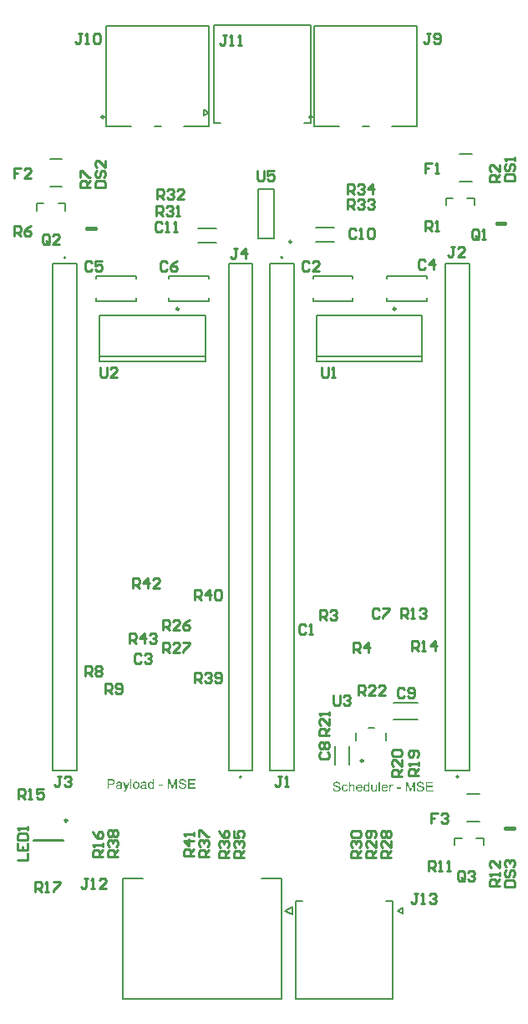
<source format=gto>
G04*
G04 #@! TF.GenerationSoftware,Altium Limited,Altium Designer,23.0.1 (38)*
G04*
G04 Layer_Color=65535*
%FSLAX44Y44*%
%MOMM*%
G71*
G04*
G04 #@! TF.SameCoordinates,BC9D6512-4978-4A19-9F96-E8A3AF7CD3FB*
G04*
G04*
G04 #@! TF.FilePolarity,Positive*
G04*
G01*
G75*
%ADD10C,0.2500*%
%ADD11C,0.2000*%
%ADD12C,0.1270*%
%ADD13C,0.4000*%
%ADD14C,0.2540*%
G36*
X185541Y235025D02*
X185657Y235014D01*
X185774Y235004D01*
X185911Y234993D01*
X186207Y234951D01*
X186534Y234887D01*
X186862Y234792D01*
X187179Y234676D01*
X187190D01*
X187211Y234655D01*
X187263Y234644D01*
X187316Y234613D01*
X187380Y234570D01*
X187464Y234528D01*
X187644Y234422D01*
X187855Y234275D01*
X188067Y234095D01*
X188267Y233894D01*
X188447Y233651D01*
X188457Y233641D01*
X188468Y233619D01*
X188489Y233588D01*
X188521Y233535D01*
X188552Y233472D01*
X188595Y233398D01*
X188626Y233302D01*
X188679Y233207D01*
X188764Y232985D01*
X188838Y232721D01*
X188901Y232436D01*
X188933Y232119D01*
X187697Y232024D01*
Y232034D01*
X187686Y232066D01*
Y232108D01*
X187675Y232172D01*
X187654Y232256D01*
X187633Y232341D01*
X187570Y232542D01*
X187485Y232764D01*
X187358Y232996D01*
X187211Y233218D01*
X187115Y233313D01*
X187010Y233408D01*
X186999Y233419D01*
X186989Y233429D01*
X186946Y233450D01*
X186904Y233482D01*
X186841Y233514D01*
X186767Y233556D01*
X186682Y233598D01*
X186587Y233651D01*
X186471Y233693D01*
X186344Y233736D01*
X186207Y233778D01*
X186059Y233810D01*
X185890Y233841D01*
X185710Y233862D01*
X185520Y233884D01*
X185214D01*
X185129Y233873D01*
X185034D01*
X184928Y233862D01*
X184802Y233852D01*
X184675Y233831D01*
X184389Y233778D01*
X184115Y233704D01*
X183850Y233598D01*
X183724Y233524D01*
X183618Y233450D01*
X183608D01*
X183597Y233429D01*
X183533Y233376D01*
X183449Y233281D01*
X183354Y233155D01*
X183259Y233007D01*
X183174Y232827D01*
X183111Y232637D01*
X183100Y232531D01*
X183090Y232415D01*
Y232404D01*
Y232394D01*
X183100Y232330D01*
X183111Y232235D01*
X183132Y232119D01*
X183185Y231982D01*
X183248Y231834D01*
X183333Y231696D01*
X183459Y231559D01*
X183481Y231548D01*
X183502Y231527D01*
X183544Y231496D01*
X183597Y231464D01*
X183660Y231432D01*
X183745Y231390D01*
X183840Y231337D01*
X183956Y231284D01*
X184093Y231231D01*
X184252Y231179D01*
X184432Y231115D01*
X184643Y231052D01*
X184865Y230988D01*
X185119Y230914D01*
X185404Y230851D01*
X185425D01*
X185478Y230840D01*
X185552Y230819D01*
X185657Y230788D01*
X185784Y230767D01*
X185932Y230724D01*
X186091Y230693D01*
X186260Y230640D01*
X186619Y230545D01*
X186978Y230450D01*
X187147Y230397D01*
X187295Y230344D01*
X187443Y230291D01*
X187559Y230238D01*
X187570D01*
X187602Y230217D01*
X187644Y230196D01*
X187697Y230164D01*
X187771Y230133D01*
X187855Y230080D01*
X188035Y229963D01*
X188246Y229826D01*
X188447Y229657D01*
X188648Y229456D01*
X188732Y229351D01*
X188817Y229245D01*
Y229234D01*
X188838Y229213D01*
X188859Y229182D01*
X188880Y229139D01*
X188912Y229086D01*
X188944Y229013D01*
X189028Y228843D01*
X189102Y228643D01*
X189165Y228410D01*
X189208Y228146D01*
X189229Y227861D01*
Y227850D01*
Y227829D01*
Y227787D01*
X189218Y227734D01*
Y227660D01*
X189208Y227586D01*
X189176Y227385D01*
X189123Y227163D01*
X189039Y226920D01*
X188922Y226667D01*
X188859Y226529D01*
X188774Y226403D01*
Y226392D01*
X188753Y226371D01*
X188732Y226339D01*
X188690Y226286D01*
X188595Y226170D01*
X188447Y226012D01*
X188267Y225843D01*
X188045Y225663D01*
X187792Y225494D01*
X187496Y225335D01*
X187485D01*
X187454Y225314D01*
X187411Y225304D01*
X187348Y225272D01*
X187274Y225251D01*
X187179Y225219D01*
X187073Y225177D01*
X186946Y225145D01*
X186820Y225114D01*
X186672Y225071D01*
X186355Y225018D01*
X186006Y224976D01*
X185626Y224955D01*
X185499D01*
X185404Y224966D01*
X185287D01*
X185161Y224976D01*
X185013Y224987D01*
X184844Y225008D01*
X184495Y225050D01*
X184125Y225114D01*
X183755Y225209D01*
X183396Y225335D01*
X183386D01*
X183354Y225357D01*
X183312Y225378D01*
X183248Y225409D01*
X183174Y225452D01*
X183090Y225494D01*
X182889Y225621D01*
X182667Y225779D01*
X182435Y225980D01*
X182202Y226212D01*
X182001Y226487D01*
X181991Y226498D01*
X181980Y226519D01*
X181959Y226561D01*
X181927Y226625D01*
X181885Y226698D01*
X181843Y226783D01*
X181790Y226889D01*
X181748Y227005D01*
X181695Y227121D01*
X181653Y227258D01*
X181568Y227565D01*
X181505Y227892D01*
X181484Y228072D01*
X181473Y228252D01*
X182688Y228357D01*
Y228347D01*
Y228326D01*
X182699Y228283D01*
X182709Y228231D01*
X182720Y228167D01*
X182730Y228104D01*
X182773Y227924D01*
X182826Y227734D01*
X182889Y227533D01*
X182973Y227332D01*
X183079Y227142D01*
X183090Y227121D01*
X183143Y227068D01*
X183216Y226984D01*
X183322Y226878D01*
X183459Y226751D01*
X183629Y226635D01*
X183829Y226508D01*
X184062Y226392D01*
X184072D01*
X184093Y226381D01*
X184125Y226371D01*
X184178Y226350D01*
X184241Y226329D01*
X184315Y226297D01*
X184400Y226276D01*
X184495Y226255D01*
X184717Y226202D01*
X184981Y226149D01*
X185256Y226117D01*
X185562Y226107D01*
X185689D01*
X185752Y226117D01*
X185826D01*
X185996Y226138D01*
X186196Y226160D01*
X186418Y226191D01*
X186640Y226244D01*
X186851Y226318D01*
X186862D01*
X186873Y226329D01*
X186904Y226339D01*
X186946Y226360D01*
X187041Y226413D01*
X187168Y226477D01*
X187306Y226561D01*
X187454Y226667D01*
X187580Y226783D01*
X187697Y226920D01*
X187707Y226942D01*
X187739Y226984D01*
X187792Y227068D01*
X187845Y227174D01*
X187887Y227301D01*
X187940Y227438D01*
X187971Y227597D01*
X187982Y227755D01*
Y227766D01*
Y227776D01*
Y227829D01*
X187971Y227924D01*
X187950Y228030D01*
X187918Y228157D01*
X187866Y228294D01*
X187802Y228431D01*
X187707Y228558D01*
X187697Y228569D01*
X187654Y228611D01*
X187591Y228674D01*
X187496Y228759D01*
X187380Y228843D01*
X187221Y228939D01*
X187041Y229034D01*
X186830Y229129D01*
X186809Y229139D01*
X186788Y229150D01*
X186746Y229160D01*
X186703Y229171D01*
X186640Y229192D01*
X186556Y229224D01*
X186471Y229245D01*
X186355Y229277D01*
X186238Y229319D01*
X186091Y229351D01*
X185932Y229393D01*
X185752Y229446D01*
X185562Y229488D01*
X185340Y229551D01*
X185097Y229604D01*
X185087D01*
X185044Y229615D01*
X184970Y229636D01*
X184886Y229657D01*
X184770Y229689D01*
X184643Y229720D01*
X184516Y229763D01*
X184368Y229805D01*
X184051Y229900D01*
X183745Y230006D01*
X183597Y230059D01*
X183459Y230111D01*
X183333Y230164D01*
X183227Y230217D01*
X183216D01*
X183195Y230238D01*
X183164Y230259D01*
X183111Y230280D01*
X182984Y230354D01*
X182836Y230460D01*
X182656Y230597D01*
X182487Y230745D01*
X182318Y230925D01*
X182181Y231115D01*
Y231126D01*
X182170Y231136D01*
X182149Y231168D01*
X182128Y231210D01*
X182075Y231327D01*
X182012Y231474D01*
X181949Y231654D01*
X181896Y231865D01*
X181853Y232098D01*
X181843Y232341D01*
Y232351D01*
Y232373D01*
Y232415D01*
X181853Y232468D01*
Y232531D01*
X181864Y232605D01*
X181896Y232795D01*
X181949Y233007D01*
X182012Y233228D01*
X182118Y233472D01*
X182255Y233715D01*
Y233725D01*
X182276Y233746D01*
X182297Y233778D01*
X182329Y233820D01*
X182435Y233936D01*
X182572Y234084D01*
X182741Y234243D01*
X182952Y234401D01*
X183195Y234560D01*
X183481Y234697D01*
X183491D01*
X183512Y234708D01*
X183565Y234729D01*
X183618Y234750D01*
X183692Y234771D01*
X183787Y234803D01*
X183893Y234835D01*
X184009Y234866D01*
X184136Y234898D01*
X184273Y234930D01*
X184569Y234982D01*
X184907Y235025D01*
X185266Y235035D01*
X185446D01*
X185541Y235025D01*
D02*
G37*
G36*
X156410Y225114D02*
X155300D01*
Y226001D01*
X155289Y225991D01*
X155268Y225959D01*
X155226Y225906D01*
X155173Y225843D01*
X155099Y225758D01*
X155015Y225674D01*
X154920Y225578D01*
X154803Y225483D01*
X154666Y225378D01*
X154518Y225283D01*
X154360Y225198D01*
X154180Y225124D01*
X153979Y225050D01*
X153778Y224997D01*
X153557Y224966D01*
X153314Y224955D01*
X153229D01*
X153166Y224966D01*
X153092D01*
X153007Y224976D01*
X152912Y224997D01*
X152806Y225018D01*
X152563Y225071D01*
X152299Y225156D01*
X152035Y225272D01*
X151898Y225335D01*
X151760Y225420D01*
X151750Y225431D01*
X151729Y225441D01*
X151697Y225473D01*
X151644Y225504D01*
X151581Y225557D01*
X151517Y225610D01*
X151359Y225758D01*
X151179Y225938D01*
X150999Y226160D01*
X150820Y226424D01*
X150661Y226720D01*
Y226730D01*
X150640Y226762D01*
X150630Y226804D01*
X150598Y226868D01*
X150577Y226942D01*
X150545Y227037D01*
X150503Y227153D01*
X150471Y227269D01*
X150440Y227406D01*
X150397Y227554D01*
X150366Y227713D01*
X150344Y227882D01*
X150302Y228241D01*
X150281Y228632D01*
Y228643D01*
Y228685D01*
Y228738D01*
X150292Y228812D01*
Y228907D01*
X150302Y229013D01*
X150313Y229139D01*
X150323Y229277D01*
X150366Y229573D01*
X150429Y229890D01*
X150513Y230228D01*
X150630Y230555D01*
Y230566D01*
X150651Y230597D01*
X150672Y230640D01*
X150693Y230703D01*
X150735Y230767D01*
X150778Y230851D01*
X150894Y231041D01*
X151042Y231263D01*
X151221Y231474D01*
X151433Y231686D01*
X151686Y231876D01*
X151697Y231887D01*
X151718Y231897D01*
X151760Y231918D01*
X151813Y231950D01*
X151877Y231982D01*
X151961Y232024D01*
X152046Y232066D01*
X152151Y232108D01*
X152384Y232193D01*
X152648Y232267D01*
X152944Y232320D01*
X153102Y232341D01*
X153366D01*
X153493Y232330D01*
X153641Y232309D01*
X153821Y232278D01*
X154011Y232225D01*
X154212Y232161D01*
X154402Y232066D01*
X154412D01*
X154423Y232056D01*
X154487Y232013D01*
X154571Y231961D01*
X154687Y231876D01*
X154814Y231770D01*
X154951Y231654D01*
X155089Y231517D01*
X155216Y231358D01*
Y234866D01*
X156410D01*
Y225114D01*
D02*
G37*
G36*
X165296Y228040D02*
X161608D01*
Y229245D01*
X165296D01*
Y228040D01*
D02*
G37*
G36*
X179825Y225114D02*
X178578D01*
Y233281D01*
X175725Y225114D01*
X174563D01*
X171752Y233419D01*
Y225114D01*
X170505D01*
Y234866D01*
X172439D01*
X174753Y227956D01*
Y227945D01*
X174763Y227914D01*
X174785Y227861D01*
X174806Y227797D01*
X174827Y227723D01*
X174858Y227628D01*
X174932Y227417D01*
X175006Y227185D01*
X175080Y226942D01*
X175154Y226720D01*
X175186Y226614D01*
X175218Y226519D01*
Y226529D01*
X175228Y226540D01*
X175239Y226572D01*
X175249Y226614D01*
X175271Y226677D01*
X175292Y226741D01*
X175313Y226825D01*
X175345Y226910D01*
X175376Y227015D01*
X175418Y227132D01*
X175461Y227258D01*
X175503Y227406D01*
X175556Y227554D01*
X175609Y227723D01*
X175672Y227892D01*
X175735Y228083D01*
X178081Y234866D01*
X179825D01*
Y225114D01*
D02*
G37*
G36*
X128842Y224997D02*
Y224987D01*
X128821Y224944D01*
X128799Y224892D01*
X128768Y224807D01*
X128736Y224712D01*
X128694Y224606D01*
X128641Y224490D01*
X128599Y224363D01*
X128483Y224099D01*
X128377Y223835D01*
X128314Y223708D01*
X128261Y223592D01*
X128218Y223486D01*
X128166Y223402D01*
Y223391D01*
X128155Y223381D01*
X128134Y223349D01*
X128113Y223307D01*
X128039Y223201D01*
X127954Y223074D01*
X127849Y222926D01*
X127722Y222789D01*
X127584Y222652D01*
X127437Y222535D01*
X127415Y222525D01*
X127362Y222493D01*
X127278Y222440D01*
X127162Y222398D01*
X127014Y222345D01*
X126845Y222292D01*
X126665Y222261D01*
X126454Y222250D01*
X126390D01*
X126316Y222261D01*
X126232Y222271D01*
X126116Y222282D01*
X125978Y222313D01*
X125841Y222345D01*
X125682Y222398D01*
X125545Y223518D01*
X125566D01*
X125609Y223497D01*
X125682Y223486D01*
X125778Y223465D01*
X125883Y223444D01*
X125999Y223423D01*
X126116Y223412D01*
X126221Y223402D01*
X126285D01*
X126359Y223412D01*
X126454Y223423D01*
X126549Y223433D01*
X126655Y223465D01*
X126760Y223497D01*
X126855Y223539D01*
X126866Y223550D01*
X126898Y223560D01*
X126940Y223592D01*
X126993Y223634D01*
X127056Y223687D01*
X127130Y223750D01*
X127257Y223909D01*
X127267Y223920D01*
X127278Y223951D01*
X127310Y224004D01*
X127341Y224089D01*
X127394Y224205D01*
X127458Y224363D01*
X127489Y224458D01*
X127532Y224564D01*
X127574Y224680D01*
X127616Y224807D01*
X127627Y224828D01*
X127648Y224881D01*
X127680Y224976D01*
X127732Y225103D01*
X125059Y232182D01*
X126327D01*
X127796Y228083D01*
Y228072D01*
X127806Y228051D01*
X127827Y228009D01*
X127849Y227945D01*
X127870Y227871D01*
X127901Y227787D01*
X127933Y227692D01*
X127975Y227586D01*
X128049Y227343D01*
X128144Y227058D01*
X128229Y226762D01*
X128314Y226445D01*
Y226455D01*
X128324Y226487D01*
X128335Y226529D01*
X128356Y226582D01*
X128366Y226656D01*
X128398Y226751D01*
X128419Y226846D01*
X128451Y226952D01*
X128525Y227195D01*
X128609Y227470D01*
X128704Y227755D01*
X128810Y228051D01*
X130332Y232182D01*
X131526D01*
X128842Y224997D01*
D02*
G37*
G36*
X198073Y233715D02*
X192304D01*
Y230735D01*
X197703D01*
Y229583D01*
X192304D01*
Y226265D01*
X198295D01*
Y225114D01*
X191014D01*
Y234866D01*
X198073D01*
Y233715D01*
D02*
G37*
G36*
X146361Y232330D02*
X146456D01*
X146657Y232309D01*
X146889Y232288D01*
X147132Y232246D01*
X147375Y232193D01*
X147597Y232119D01*
X147608D01*
X147618Y232108D01*
X147650Y232098D01*
X147692Y232077D01*
X147787Y232034D01*
X147914Y231971D01*
X148052Y231897D01*
X148189Y231802D01*
X148316Y231696D01*
X148432Y231580D01*
X148442Y231570D01*
X148474Y231527D01*
X148527Y231453D01*
X148580Y231358D01*
X148643Y231242D01*
X148707Y231105D01*
X148770Y230946D01*
X148812Y230767D01*
Y230756D01*
X148823Y230703D01*
X148833Y230629D01*
X148844Y230513D01*
X148855Y230365D01*
X148865Y230175D01*
Y230059D01*
X148876Y229942D01*
Y229816D01*
Y229668D01*
Y228072D01*
Y228051D01*
Y227998D01*
Y227914D01*
Y227808D01*
Y227671D01*
Y227523D01*
X148886Y227354D01*
Y227185D01*
X148897Y226825D01*
Y226646D01*
X148907Y226477D01*
X148918Y226318D01*
X148928Y226181D01*
X148939Y226054D01*
X148950Y225959D01*
Y225938D01*
X148960Y225885D01*
X148981Y225800D01*
X149013Y225684D01*
X149055Y225557D01*
X149108Y225420D01*
X149172Y225261D01*
X149246Y225114D01*
X147999D01*
X147988Y225135D01*
X147967Y225177D01*
X147935Y225261D01*
X147904Y225367D01*
X147861Y225494D01*
X147819Y225642D01*
X147787Y225811D01*
X147766Y226001D01*
X147756Y225991D01*
X147734Y225980D01*
X147703Y225948D01*
X147650Y225906D01*
X147587Y225864D01*
X147523Y225800D01*
X147354Y225684D01*
X147153Y225547D01*
X146942Y225409D01*
X146710Y225293D01*
X146477Y225187D01*
X146467D01*
X146445Y225177D01*
X146414Y225166D01*
X146371Y225156D01*
X146319Y225135D01*
X146245Y225114D01*
X146086Y225071D01*
X145885Y225029D01*
X145663Y224987D01*
X145421Y224966D01*
X145156Y224955D01*
X145040D01*
X144966Y224966D01*
X144871Y224976D01*
X144755Y224987D01*
X144628Y224997D01*
X144501Y225029D01*
X144205Y225092D01*
X143910Y225187D01*
X143772Y225251D01*
X143624Y225335D01*
X143497Y225420D01*
X143371Y225515D01*
X143360Y225526D01*
X143339Y225547D01*
X143318Y225578D01*
X143275Y225621D01*
X143223Y225674D01*
X143170Y225748D01*
X143117Y225821D01*
X143064Y225917D01*
X142948Y226117D01*
X142842Y226371D01*
X142800Y226508D01*
X142779Y226656D01*
X142758Y226815D01*
X142747Y226973D01*
Y226984D01*
Y226994D01*
Y227058D01*
X142758Y227163D01*
X142779Y227290D01*
X142800Y227438D01*
X142842Y227597D01*
X142906Y227755D01*
X142980Y227924D01*
X142990Y227945D01*
X143022Y227998D01*
X143075Y228072D01*
X143149Y228178D01*
X143233Y228283D01*
X143339Y228400D01*
X143455Y228505D01*
X143593Y228611D01*
X143614Y228622D01*
X143666Y228653D01*
X143740Y228706D01*
X143846Y228759D01*
X143973Y228822D01*
X144121Y228886D01*
X144290Y228949D01*
X144459Y229002D01*
X144480D01*
X144522Y229023D01*
X144607Y229034D01*
X144723Y229065D01*
X144871Y229086D01*
X145061Y229118D01*
X145273Y229150D01*
X145526Y229182D01*
X145547D01*
X145590Y229192D01*
X145663Y229203D01*
X145759Y229213D01*
X145885Y229234D01*
X146023Y229256D01*
X146171Y229277D01*
X146340Y229298D01*
X146688Y229361D01*
X147037Y229435D01*
X147206Y229477D01*
X147375Y229520D01*
X147523Y229562D01*
X147661Y229604D01*
Y229615D01*
Y229646D01*
Y229689D01*
X147671Y229731D01*
Y229837D01*
Y229879D01*
Y229911D01*
Y229921D01*
Y229942D01*
Y229985D01*
Y230027D01*
X147650Y230154D01*
X147629Y230312D01*
X147587Y230481D01*
X147523Y230650D01*
X147439Y230809D01*
X147322Y230936D01*
X147301Y230957D01*
X147280Y230978D01*
X147238Y230999D01*
X147185Y231031D01*
X147132Y231062D01*
X146984Y231147D01*
X146794Y231221D01*
X146562Y231284D01*
X146287Y231327D01*
X145970Y231348D01*
X145833D01*
X145759Y231337D01*
X145685D01*
X145494Y231316D01*
X145294Y231274D01*
X145093Y231221D01*
X144892Y231147D01*
X144723Y231052D01*
X144702Y231041D01*
X144660Y230999D01*
X144586Y230914D01*
X144501Y230809D01*
X144406Y230671D01*
X144300Y230481D01*
X144216Y230270D01*
X144174Y230143D01*
X144131Y230006D01*
X142958Y230164D01*
Y230175D01*
X142969Y230196D01*
X142980Y230238D01*
X142990Y230291D01*
X143011Y230354D01*
X143033Y230428D01*
X143085Y230597D01*
X143159Y230788D01*
X143244Y230988D01*
X143350Y231189D01*
X143476Y231369D01*
Y231379D01*
X143497Y231390D01*
X143550Y231443D01*
X143635Y231527D01*
X143751Y231633D01*
X143899Y231749D01*
X144079Y231865D01*
X144290Y231982D01*
X144533Y232087D01*
X144544D01*
X144565Y232098D01*
X144607Y232108D01*
X144660Y232130D01*
X144723Y232151D01*
X144797Y232172D01*
X144892Y232193D01*
X144998Y232214D01*
X145104Y232235D01*
X145230Y232256D01*
X145505Y232299D01*
X145811Y232330D01*
X146139Y232341D01*
X146287D01*
X146361Y232330D01*
D02*
G37*
G36*
X133713Y225114D02*
X132519D01*
Y234866D01*
X133713D01*
Y225114D01*
D02*
G37*
G36*
X121371Y232330D02*
X121467D01*
X121667Y232309D01*
X121900Y232288D01*
X122143Y232246D01*
X122386Y232193D01*
X122608Y232119D01*
X122618D01*
X122629Y232108D01*
X122661Y232098D01*
X122703Y232077D01*
X122798Y232034D01*
X122925Y231971D01*
X123062Y231897D01*
X123199Y231802D01*
X123326Y231696D01*
X123442Y231580D01*
X123453Y231570D01*
X123485Y231527D01*
X123538Y231453D01*
X123590Y231358D01*
X123654Y231242D01*
X123717Y231105D01*
X123780Y230946D01*
X123823Y230767D01*
Y230756D01*
X123833Y230703D01*
X123844Y230629D01*
X123855Y230513D01*
X123865Y230365D01*
X123876Y230175D01*
Y230059D01*
X123886Y229942D01*
Y229816D01*
Y229668D01*
Y228072D01*
Y228051D01*
Y227998D01*
Y227914D01*
Y227808D01*
Y227671D01*
Y227523D01*
X123897Y227354D01*
Y227185D01*
X123907Y226825D01*
Y226646D01*
X123918Y226477D01*
X123928Y226318D01*
X123939Y226181D01*
X123950Y226054D01*
X123960Y225959D01*
Y225938D01*
X123971Y225885D01*
X123992Y225800D01*
X124024Y225684D01*
X124066Y225557D01*
X124119Y225420D01*
X124182Y225261D01*
X124256Y225114D01*
X123009D01*
X122999Y225135D01*
X122978Y225177D01*
X122946Y225261D01*
X122914Y225367D01*
X122872Y225494D01*
X122830Y225642D01*
X122798Y225811D01*
X122777Y226001D01*
X122766Y225991D01*
X122745Y225980D01*
X122713Y225948D01*
X122661Y225906D01*
X122597Y225864D01*
X122534Y225800D01*
X122365Y225684D01*
X122164Y225547D01*
X121952Y225409D01*
X121720Y225293D01*
X121488Y225187D01*
X121477D01*
X121456Y225177D01*
X121424Y225166D01*
X121382Y225156D01*
X121329Y225135D01*
X121255Y225114D01*
X121097Y225071D01*
X120896Y225029D01*
X120674Y224987D01*
X120431Y224966D01*
X120167Y224955D01*
X120051D01*
X119977Y224966D01*
X119881Y224976D01*
X119765Y224987D01*
X119639Y224997D01*
X119512Y225029D01*
X119216Y225092D01*
X118920Y225187D01*
X118783Y225251D01*
X118635Y225335D01*
X118508Y225420D01*
X118381Y225515D01*
X118371Y225526D01*
X118349Y225547D01*
X118328Y225578D01*
X118286Y225621D01*
X118233Y225674D01*
X118180Y225748D01*
X118127Y225821D01*
X118075Y225917D01*
X117958Y226117D01*
X117853Y226371D01*
X117810Y226508D01*
X117789Y226656D01*
X117768Y226815D01*
X117758Y226973D01*
Y226984D01*
Y226994D01*
Y227058D01*
X117768Y227163D01*
X117789Y227290D01*
X117810Y227438D01*
X117853Y227597D01*
X117916Y227755D01*
X117990Y227924D01*
X118001Y227945D01*
X118032Y227998D01*
X118085Y228072D01*
X118159Y228178D01*
X118244Y228283D01*
X118349Y228400D01*
X118466Y228505D01*
X118603Y228611D01*
X118624Y228622D01*
X118677Y228653D01*
X118751Y228706D01*
X118857Y228759D01*
X118983Y228822D01*
X119131Y228886D01*
X119300Y228949D01*
X119469Y229002D01*
X119490D01*
X119533Y229023D01*
X119617Y229034D01*
X119734Y229065D01*
X119881Y229086D01*
X120072Y229118D01*
X120283Y229150D01*
X120537Y229182D01*
X120558D01*
X120600Y229192D01*
X120674Y229203D01*
X120769Y229213D01*
X120896Y229234D01*
X121033Y229256D01*
X121181Y229277D01*
X121350Y229298D01*
X121699Y229361D01*
X122048Y229435D01*
X122217Y229477D01*
X122386Y229520D01*
X122534Y229562D01*
X122671Y229604D01*
Y229615D01*
Y229646D01*
Y229689D01*
X122682Y229731D01*
Y229837D01*
Y229879D01*
Y229911D01*
Y229921D01*
Y229942D01*
Y229985D01*
Y230027D01*
X122661Y230154D01*
X122639Y230312D01*
X122597Y230481D01*
X122534Y230650D01*
X122449Y230809D01*
X122333Y230936D01*
X122312Y230957D01*
X122291Y230978D01*
X122248Y230999D01*
X122196Y231031D01*
X122143Y231062D01*
X121995Y231147D01*
X121805Y231221D01*
X121572Y231284D01*
X121297Y231327D01*
X120980Y231348D01*
X120843D01*
X120769Y231337D01*
X120695D01*
X120505Y231316D01*
X120304Y231274D01*
X120103Y231221D01*
X119903Y231147D01*
X119734Y231052D01*
X119712Y231041D01*
X119670Y230999D01*
X119596Y230914D01*
X119512Y230809D01*
X119417Y230671D01*
X119311Y230481D01*
X119226Y230270D01*
X119184Y230143D01*
X119142Y230006D01*
X117969Y230164D01*
Y230175D01*
X117979Y230196D01*
X117990Y230238D01*
X118001Y230291D01*
X118022Y230354D01*
X118043Y230428D01*
X118096Y230597D01*
X118170Y230788D01*
X118254Y230988D01*
X118360Y231189D01*
X118487Y231369D01*
Y231379D01*
X118508Y231390D01*
X118561Y231443D01*
X118645Y231527D01*
X118762Y231633D01*
X118909Y231749D01*
X119089Y231865D01*
X119300Y231982D01*
X119543Y232087D01*
X119554D01*
X119575Y232098D01*
X119617Y232108D01*
X119670Y232130D01*
X119734Y232151D01*
X119808Y232172D01*
X119903Y232193D01*
X120008Y232214D01*
X120114Y232235D01*
X120241Y232256D01*
X120515Y232299D01*
X120822Y232330D01*
X121150Y232341D01*
X121297D01*
X121371Y232330D01*
D02*
G37*
G36*
X113447Y234856D02*
X113690Y234845D01*
X113933Y234824D01*
X114165Y234803D01*
X114281Y234792D01*
X114376Y234771D01*
X114387D01*
X114408Y234761D01*
X114450D01*
X114493Y234750D01*
X114556Y234729D01*
X114630Y234718D01*
X114799Y234666D01*
X114989Y234602D01*
X115190Y234518D01*
X115391Y234422D01*
X115581Y234306D01*
X115591D01*
X115602Y234296D01*
X115666Y234243D01*
X115750Y234169D01*
X115866Y234063D01*
X115983Y233936D01*
X116120Y233767D01*
X116247Y233588D01*
X116363Y233366D01*
Y233355D01*
X116374Y233334D01*
X116395Y233302D01*
X116416Y233260D01*
X116437Y233207D01*
X116458Y233133D01*
X116521Y232975D01*
X116574Y232774D01*
X116627Y232552D01*
X116659Y232299D01*
X116669Y232034D01*
Y232024D01*
Y231982D01*
Y231918D01*
X116659Y231823D01*
X116648Y231717D01*
X116627Y231601D01*
X116606Y231464D01*
X116574Y231305D01*
X116532Y231147D01*
X116479Y230978D01*
X116416Y230809D01*
X116331Y230629D01*
X116247Y230450D01*
X116141Y230270D01*
X116014Y230101D01*
X115877Y229932D01*
X115866Y229921D01*
X115835Y229900D01*
X115792Y229858D01*
X115718Y229794D01*
X115634Y229731D01*
X115518Y229657D01*
X115380Y229583D01*
X115222Y229509D01*
X115031Y229425D01*
X114831Y229351D01*
X114588Y229277D01*
X114334Y229213D01*
X114038Y229160D01*
X113721Y229118D01*
X113383Y229086D01*
X113003Y229076D01*
X110509D01*
Y225114D01*
X109220D01*
Y234866D01*
X113235D01*
X113447Y234856D01*
D02*
G37*
G36*
X138574Y232330D02*
X138679D01*
X138806Y232309D01*
X138943Y232288D01*
X139102Y232256D01*
X139281Y232225D01*
X139461Y232172D01*
X139662Y232108D01*
X139852Y232024D01*
X140053Y231939D01*
X140253Y231823D01*
X140444Y231696D01*
X140634Y231548D01*
X140814Y231379D01*
X140824Y231369D01*
X140856Y231337D01*
X140898Y231284D01*
X140962Y231200D01*
X141025Y231105D01*
X141109Y230988D01*
X141194Y230851D01*
X141278Y230693D01*
X141363Y230513D01*
X141447Y230312D01*
X141532Y230101D01*
X141595Y229868D01*
X141659Y229615D01*
X141701Y229340D01*
X141733Y229044D01*
X141743Y228738D01*
Y228727D01*
Y228674D01*
Y228611D01*
X141733Y228516D01*
Y228400D01*
X141722Y228262D01*
X141712Y228114D01*
X141691Y227956D01*
X141648Y227618D01*
X141574Y227258D01*
X141469Y226910D01*
X141405Y226751D01*
X141331Y226593D01*
Y226582D01*
X141310Y226561D01*
X141289Y226519D01*
X141257Y226466D01*
X141215Y226403D01*
X141162Y226318D01*
X141025Y226149D01*
X140856Y225948D01*
X140655Y225748D01*
X140412Y225557D01*
X140137Y225378D01*
X140127D01*
X140106Y225357D01*
X140063Y225335D01*
X140000Y225314D01*
X139926Y225283D01*
X139841Y225240D01*
X139746Y225209D01*
X139630Y225166D01*
X139514Y225124D01*
X139376Y225092D01*
X139091Y225018D01*
X138774Y224976D01*
X138436Y224955D01*
X138373D01*
X138299Y224966D01*
X138193D01*
X138066Y224987D01*
X137918Y225008D01*
X137760Y225040D01*
X137580Y225071D01*
X137390Y225124D01*
X137200Y225187D01*
X136999Y225261D01*
X136798Y225357D01*
X136597Y225462D01*
X136407Y225589D01*
X136217Y225737D01*
X136038Y225906D01*
X136027Y225917D01*
X135995Y225948D01*
X135953Y226001D01*
X135900Y226086D01*
X135826Y226181D01*
X135752Y226297D01*
X135668Y226445D01*
X135583Y226603D01*
X135499Y226794D01*
X135414Y226994D01*
X135340Y227216D01*
X135266Y227459D01*
X135213Y227723D01*
X135171Y228009D01*
X135139Y228315D01*
X135129Y228643D01*
Y228653D01*
Y228664D01*
Y228727D01*
X135139Y228833D01*
X135150Y228960D01*
X135161Y229129D01*
X135182Y229319D01*
X135224Y229520D01*
X135266Y229742D01*
X135319Y229974D01*
X135393Y230217D01*
X135488Y230460D01*
X135583Y230703D01*
X135710Y230936D01*
X135858Y231157D01*
X136027Y231358D01*
X136217Y231548D01*
X136228Y231559D01*
X136259Y231580D01*
X136312Y231622D01*
X136376Y231675D01*
X136471Y231728D01*
X136576Y231802D01*
X136693Y231876D01*
X136841Y231950D01*
X136988Y232024D01*
X137158Y232087D01*
X137337Y232161D01*
X137538Y232214D01*
X137749Y232267D01*
X137961Y232309D01*
X138193Y232330D01*
X138436Y232341D01*
X138499D01*
X138574Y232330D01*
D02*
G37*
G36*
X426673Y232320D02*
X426789Y232309D01*
X426905Y232299D01*
X427043Y232288D01*
X427338Y232246D01*
X427666Y232182D01*
X427994Y232087D01*
X428311Y231971D01*
X428321D01*
X428342Y231950D01*
X428395Y231939D01*
X428448Y231908D01*
X428511Y231865D01*
X428596Y231823D01*
X428776Y231717D01*
X428987Y231570D01*
X429198Y231390D01*
X429399Y231189D01*
X429579Y230946D01*
X429589Y230936D01*
X429600Y230914D01*
X429621Y230883D01*
X429653Y230830D01*
X429684Y230767D01*
X429726Y230693D01*
X429758Y230597D01*
X429811Y230502D01*
X429896Y230280D01*
X429970Y230016D01*
X430033Y229731D01*
X430065Y229414D01*
X428828Y229319D01*
Y229329D01*
X428818Y229361D01*
Y229403D01*
X428807Y229467D01*
X428786Y229551D01*
X428765Y229636D01*
X428702Y229837D01*
X428617Y230059D01*
X428490Y230291D01*
X428342Y230513D01*
X428247Y230608D01*
X428142Y230703D01*
X428131Y230714D01*
X428120Y230724D01*
X428078Y230745D01*
X428036Y230777D01*
X427972Y230809D01*
X427899Y230851D01*
X427814Y230893D01*
X427719Y230946D01*
X427603Y230988D01*
X427476Y231031D01*
X427338Y231073D01*
X427191Y231105D01*
X427021Y231136D01*
X426842Y231157D01*
X426652Y231179D01*
X426345D01*
X426261Y231168D01*
X426166D01*
X426060Y231157D01*
X425933Y231147D01*
X425806Y231126D01*
X425521Y231073D01*
X425246Y230999D01*
X424982Y230893D01*
X424855Y230819D01*
X424750Y230745D01*
X424739D01*
X424729Y230724D01*
X424665Y230671D01*
X424581Y230576D01*
X424486Y230450D01*
X424390Y230302D01*
X424306Y230122D01*
X424243Y229932D01*
X424232Y229826D01*
X424221Y229710D01*
Y229699D01*
Y229689D01*
X424232Y229625D01*
X424243Y229530D01*
X424264Y229414D01*
X424317Y229277D01*
X424380Y229129D01*
X424464Y228991D01*
X424591Y228854D01*
X424612Y228843D01*
X424633Y228822D01*
X424676Y228791D01*
X424729Y228759D01*
X424792Y228727D01*
X424877Y228685D01*
X424972Y228632D01*
X425088Y228579D01*
X425225Y228526D01*
X425384Y228474D01*
X425563Y228410D01*
X425775Y228347D01*
X425997Y228283D01*
X426250Y228209D01*
X426535Y228146D01*
X426557D01*
X426609Y228136D01*
X426683Y228114D01*
X426789Y228083D01*
X426916Y228062D01*
X427064Y228019D01*
X427222Y227988D01*
X427391Y227935D01*
X427751Y227840D01*
X428110Y227745D01*
X428279Y227692D01*
X428427Y227639D01*
X428575Y227586D01*
X428691Y227533D01*
X428702D01*
X428733Y227512D01*
X428776Y227491D01*
X428828Y227459D01*
X428902Y227428D01*
X428987Y227375D01*
X429166Y227258D01*
X429378Y227121D01*
X429579Y226952D01*
X429779Y226751D01*
X429864Y226646D01*
X429948Y226540D01*
Y226529D01*
X429970Y226508D01*
X429991Y226477D01*
X430012Y226434D01*
X430043Y226381D01*
X430075Y226308D01*
X430160Y226138D01*
X430234Y225938D01*
X430297Y225705D01*
X430339Y225441D01*
X430360Y225156D01*
Y225145D01*
Y225124D01*
Y225082D01*
X430350Y225029D01*
Y224955D01*
X430339Y224881D01*
X430308Y224680D01*
X430255Y224458D01*
X430170Y224215D01*
X430054Y223962D01*
X429991Y223824D01*
X429906Y223698D01*
Y223687D01*
X429885Y223666D01*
X429864Y223634D01*
X429822Y223581D01*
X429726Y223465D01*
X429579Y223307D01*
X429399Y223138D01*
X429177Y222958D01*
X428923Y222789D01*
X428628Y222630D01*
X428617D01*
X428585Y222609D01*
X428543Y222599D01*
X428480Y222567D01*
X428406Y222546D01*
X428311Y222514D01*
X428205Y222472D01*
X428078Y222440D01*
X427951Y222409D01*
X427803Y222366D01*
X427486Y222313D01*
X427138Y222271D01*
X426757Y222250D01*
X426631D01*
X426535Y222261D01*
X426419D01*
X426292Y222271D01*
X426144Y222282D01*
X425975Y222303D01*
X425627Y222345D01*
X425257Y222409D01*
X424887Y222504D01*
X424528Y222630D01*
X424517D01*
X424486Y222652D01*
X424443Y222673D01*
X424380Y222704D01*
X424306Y222747D01*
X424221Y222789D01*
X424021Y222916D01*
X423799Y223074D01*
X423566Y223275D01*
X423334Y223507D01*
X423133Y223782D01*
X423122Y223793D01*
X423112Y223814D01*
X423091Y223856D01*
X423059Y223920D01*
X423017Y223993D01*
X422975Y224078D01*
X422922Y224184D01*
X422879Y224300D01*
X422827Y224416D01*
X422784Y224554D01*
X422700Y224860D01*
X422636Y225187D01*
X422615Y225367D01*
X422605Y225547D01*
X423820Y225652D01*
Y225642D01*
Y225621D01*
X423830Y225578D01*
X423841Y225526D01*
X423852Y225462D01*
X423862Y225399D01*
X423904Y225219D01*
X423957Y225029D01*
X424021Y224828D01*
X424105Y224627D01*
X424211Y224437D01*
X424221Y224416D01*
X424274Y224363D01*
X424348Y224279D01*
X424454Y224173D01*
X424591Y224046D01*
X424760Y223930D01*
X424961Y223803D01*
X425194Y223687D01*
X425204D01*
X425225Y223676D01*
X425257Y223666D01*
X425310Y223645D01*
X425373Y223624D01*
X425447Y223592D01*
X425532Y223571D01*
X425627Y223550D01*
X425849Y223497D01*
X426113Y223444D01*
X426388Y223412D01*
X426694Y223402D01*
X426821D01*
X426884Y223412D01*
X426958D01*
X427127Y223433D01*
X427328Y223455D01*
X427550Y223486D01*
X427772Y223539D01*
X427983Y223613D01*
X427994D01*
X428004Y223624D01*
X428036Y223634D01*
X428078Y223655D01*
X428173Y223708D01*
X428300Y223772D01*
X428437Y223856D01*
X428585Y223962D01*
X428712Y224078D01*
X428828Y224215D01*
X428839Y224237D01*
X428871Y224279D01*
X428923Y224363D01*
X428976Y224469D01*
X429019Y224596D01*
X429071Y224733D01*
X429103Y224892D01*
X429114Y225050D01*
Y225061D01*
Y225071D01*
Y225124D01*
X429103Y225219D01*
X429082Y225325D01*
X429050Y225452D01*
X428997Y225589D01*
X428934Y225726D01*
X428839Y225853D01*
X428828Y225864D01*
X428786Y225906D01*
X428723Y225969D01*
X428628Y226054D01*
X428511Y226138D01*
X428353Y226234D01*
X428173Y226329D01*
X427962Y226424D01*
X427941Y226434D01*
X427920Y226445D01*
X427877Y226455D01*
X427835Y226466D01*
X427772Y226487D01*
X427687Y226519D01*
X427603Y226540D01*
X427486Y226572D01*
X427370Y226614D01*
X427222Y226646D01*
X427064Y226688D01*
X426884Y226741D01*
X426694Y226783D01*
X426472Y226846D01*
X426229Y226899D01*
X426218D01*
X426176Y226910D01*
X426102Y226931D01*
X426018Y226952D01*
X425901Y226984D01*
X425775Y227015D01*
X425648Y227058D01*
X425500Y227100D01*
X425183Y227195D01*
X424877Y227301D01*
X424729Y227354D01*
X424591Y227406D01*
X424464Y227459D01*
X424359Y227512D01*
X424348D01*
X424327Y227533D01*
X424295Y227554D01*
X424243Y227575D01*
X424116Y227649D01*
X423968Y227755D01*
X423788Y227892D01*
X423619Y228040D01*
X423450Y228220D01*
X423313Y228410D01*
Y228421D01*
X423302Y228431D01*
X423281Y228463D01*
X423260Y228505D01*
X423207Y228622D01*
X423144Y228769D01*
X423080Y228949D01*
X423027Y229160D01*
X422985Y229393D01*
X422975Y229636D01*
Y229646D01*
Y229668D01*
Y229710D01*
X422985Y229763D01*
Y229826D01*
X422996Y229900D01*
X423027Y230090D01*
X423080Y230302D01*
X423144Y230523D01*
X423249Y230767D01*
X423387Y231010D01*
Y231020D01*
X423408Y231041D01*
X423429Y231073D01*
X423461Y231115D01*
X423566Y231231D01*
X423704Y231379D01*
X423873Y231538D01*
X424084Y231696D01*
X424327Y231855D01*
X424612Y231992D01*
X424623D01*
X424644Y232003D01*
X424697Y232024D01*
X424750Y232045D01*
X424824Y232066D01*
X424919Y232098D01*
X425024Y232130D01*
X425141Y232161D01*
X425267Y232193D01*
X425405Y232225D01*
X425701Y232278D01*
X426039Y232320D01*
X426398Y232330D01*
X426578D01*
X426673Y232320D01*
D02*
G37*
G36*
X341888D02*
X342004Y232309D01*
X342121Y232299D01*
X342258Y232288D01*
X342554Y232246D01*
X342881Y232182D01*
X343209Y232087D01*
X343526Y231971D01*
X343536D01*
X343558Y231950D01*
X343610Y231939D01*
X343663Y231908D01*
X343727Y231865D01*
X343811Y231823D01*
X343991Y231717D01*
X344202Y231570D01*
X344413Y231390D01*
X344614Y231189D01*
X344794Y230946D01*
X344804Y230936D01*
X344815Y230914D01*
X344836Y230883D01*
X344868Y230830D01*
X344899Y230767D01*
X344942Y230693D01*
X344973Y230597D01*
X345026Y230502D01*
X345111Y230280D01*
X345185Y230016D01*
X345248Y229731D01*
X345280Y229414D01*
X344044Y229319D01*
Y229329D01*
X344033Y229361D01*
Y229403D01*
X344022Y229467D01*
X344001Y229551D01*
X343980Y229636D01*
X343917Y229837D01*
X343832Y230059D01*
X343705Y230291D01*
X343558Y230513D01*
X343462Y230608D01*
X343357Y230703D01*
X343346Y230714D01*
X343336Y230724D01*
X343293Y230745D01*
X343251Y230777D01*
X343188Y230809D01*
X343114Y230851D01*
X343029Y230893D01*
X342934Y230946D01*
X342818Y230988D01*
X342691Y231031D01*
X342554Y231073D01*
X342406Y231105D01*
X342237Y231136D01*
X342057Y231157D01*
X341867Y231179D01*
X341561D01*
X341476Y231168D01*
X341381D01*
X341275Y231157D01*
X341148Y231147D01*
X341022Y231126D01*
X340736Y231073D01*
X340462Y230999D01*
X340197Y230893D01*
X340071Y230819D01*
X339965Y230745D01*
X339954D01*
X339944Y230724D01*
X339880Y230671D01*
X339796Y230576D01*
X339701Y230450D01*
X339606Y230302D01*
X339521Y230122D01*
X339458Y229932D01*
X339447Y229826D01*
X339437Y229710D01*
Y229699D01*
Y229689D01*
X339447Y229625D01*
X339458Y229530D01*
X339479Y229414D01*
X339532Y229277D01*
X339595Y229129D01*
X339680Y228991D01*
X339807Y228854D01*
X339828Y228843D01*
X339849Y228822D01*
X339891Y228791D01*
X339944Y228759D01*
X340007Y228727D01*
X340092Y228685D01*
X340187Y228632D01*
X340303Y228579D01*
X340440Y228526D01*
X340599Y228474D01*
X340779Y228410D01*
X340990Y228347D01*
X341212Y228283D01*
X341465Y228209D01*
X341751Y228146D01*
X341772D01*
X341825Y228136D01*
X341899Y228114D01*
X342004Y228083D01*
X342131Y228062D01*
X342279Y228019D01*
X342438Y227988D01*
X342607Y227935D01*
X342966Y227840D01*
X343325Y227745D01*
X343494Y227692D01*
X343642Y227639D01*
X343790Y227586D01*
X343906Y227533D01*
X343917D01*
X343949Y227512D01*
X343991Y227491D01*
X344044Y227459D01*
X344118Y227428D01*
X344202Y227375D01*
X344382Y227258D01*
X344593Y227121D01*
X344794Y226952D01*
X344995Y226751D01*
X345079Y226646D01*
X345164Y226540D01*
Y226529D01*
X345185Y226508D01*
X345206Y226477D01*
X345227Y226434D01*
X345259Y226381D01*
X345290Y226308D01*
X345375Y226138D01*
X345449Y225938D01*
X345512Y225705D01*
X345555Y225441D01*
X345576Y225156D01*
Y225145D01*
Y225124D01*
Y225082D01*
X345565Y225029D01*
Y224955D01*
X345555Y224881D01*
X345523Y224680D01*
X345470Y224458D01*
X345386Y224215D01*
X345269Y223962D01*
X345206Y223824D01*
X345121Y223698D01*
Y223687D01*
X345100Y223666D01*
X345079Y223634D01*
X345037Y223581D01*
X344942Y223465D01*
X344794Y223307D01*
X344614Y223138D01*
X344392Y222958D01*
X344139Y222789D01*
X343843Y222630D01*
X343832D01*
X343801Y222609D01*
X343758Y222599D01*
X343695Y222567D01*
X343621Y222546D01*
X343526Y222514D01*
X343420Y222472D01*
X343293Y222440D01*
X343167Y222409D01*
X343019Y222366D01*
X342702Y222313D01*
X342353Y222271D01*
X341973Y222250D01*
X341846D01*
X341751Y222261D01*
X341634D01*
X341508Y222271D01*
X341360Y222282D01*
X341191Y222303D01*
X340842Y222345D01*
X340472Y222409D01*
X340102Y222504D01*
X339743Y222630D01*
X339733D01*
X339701Y222652D01*
X339659Y222673D01*
X339595Y222704D01*
X339521Y222747D01*
X339437Y222789D01*
X339236Y222916D01*
X339014Y223074D01*
X338782Y223275D01*
X338549Y223507D01*
X338348Y223782D01*
X338338Y223793D01*
X338327Y223814D01*
X338306Y223856D01*
X338274Y223920D01*
X338232Y223993D01*
X338190Y224078D01*
X338137Y224184D01*
X338095Y224300D01*
X338042Y224416D01*
X338000Y224554D01*
X337915Y224860D01*
X337852Y225187D01*
X337831Y225367D01*
X337820Y225547D01*
X339035Y225652D01*
Y225642D01*
Y225621D01*
X339046Y225578D01*
X339056Y225526D01*
X339067Y225462D01*
X339077Y225399D01*
X339120Y225219D01*
X339173Y225029D01*
X339236Y224828D01*
X339320Y224627D01*
X339426Y224437D01*
X339437Y224416D01*
X339490Y224363D01*
X339563Y224279D01*
X339669Y224173D01*
X339807Y224046D01*
X339976Y223930D01*
X340176Y223803D01*
X340409Y223687D01*
X340419D01*
X340440Y223676D01*
X340472Y223666D01*
X340525Y223645D01*
X340588Y223624D01*
X340662Y223592D01*
X340747Y223571D01*
X340842Y223550D01*
X341064Y223497D01*
X341328Y223444D01*
X341603Y223412D01*
X341909Y223402D01*
X342036D01*
X342099Y223412D01*
X342173D01*
X342342Y223433D01*
X342543Y223455D01*
X342765Y223486D01*
X342987Y223539D01*
X343198Y223613D01*
X343209D01*
X343219Y223624D01*
X343251Y223634D01*
X343293Y223655D01*
X343388Y223708D01*
X343515Y223772D01*
X343653Y223856D01*
X343801Y223962D01*
X343927Y224078D01*
X344044Y224215D01*
X344054Y224237D01*
X344086Y224279D01*
X344139Y224363D01*
X344192Y224469D01*
X344234Y224596D01*
X344287Y224733D01*
X344318Y224892D01*
X344329Y225050D01*
Y225061D01*
Y225071D01*
Y225124D01*
X344318Y225219D01*
X344297Y225325D01*
X344266Y225452D01*
X344213Y225589D01*
X344149Y225726D01*
X344054Y225853D01*
X344044Y225864D01*
X344001Y225906D01*
X343938Y225969D01*
X343843Y226054D01*
X343727Y226138D01*
X343568Y226234D01*
X343388Y226329D01*
X343177Y226424D01*
X343156Y226434D01*
X343135Y226445D01*
X343093Y226455D01*
X343050Y226466D01*
X342987Y226487D01*
X342902Y226519D01*
X342818Y226540D01*
X342702Y226572D01*
X342585Y226614D01*
X342438Y226646D01*
X342279Y226688D01*
X342099Y226741D01*
X341909Y226783D01*
X341687Y226846D01*
X341444Y226899D01*
X341434D01*
X341391Y226910D01*
X341317Y226931D01*
X341233Y226952D01*
X341117Y226984D01*
X340990Y227015D01*
X340863Y227058D01*
X340715Y227100D01*
X340398Y227195D01*
X340092Y227301D01*
X339944Y227354D01*
X339807Y227406D01*
X339680Y227459D01*
X339574Y227512D01*
X339563D01*
X339542Y227533D01*
X339511Y227554D01*
X339458Y227575D01*
X339331Y227649D01*
X339183Y227755D01*
X339003Y227892D01*
X338834Y228040D01*
X338665Y228220D01*
X338528Y228410D01*
Y228421D01*
X338517Y228431D01*
X338496Y228463D01*
X338475Y228505D01*
X338422Y228622D01*
X338359Y228769D01*
X338296Y228949D01*
X338243Y229160D01*
X338200Y229393D01*
X338190Y229636D01*
Y229646D01*
Y229668D01*
Y229710D01*
X338200Y229763D01*
Y229826D01*
X338211Y229900D01*
X338243Y230090D01*
X338296Y230302D01*
X338359Y230523D01*
X338465Y230767D01*
X338602Y231010D01*
Y231020D01*
X338623Y231041D01*
X338644Y231073D01*
X338676Y231115D01*
X338782Y231231D01*
X338919Y231379D01*
X339088Y231538D01*
X339299Y231696D01*
X339542Y231855D01*
X339828Y231992D01*
X339838D01*
X339859Y232003D01*
X339912Y232024D01*
X339965Y232045D01*
X340039Y232066D01*
X340134Y232098D01*
X340240Y232130D01*
X340356Y232161D01*
X340483Y232193D01*
X340620Y232225D01*
X340916Y232278D01*
X341254Y232320D01*
X341613Y232330D01*
X341793D01*
X341888Y232320D01*
D02*
G37*
G36*
X374834Y222409D02*
X373725D01*
Y223296D01*
X373714Y223286D01*
X373693Y223254D01*
X373651Y223201D01*
X373598Y223138D01*
X373524Y223053D01*
X373439Y222969D01*
X373344Y222873D01*
X373228Y222778D01*
X373091Y222673D01*
X372943Y222578D01*
X372784Y222493D01*
X372605Y222419D01*
X372404Y222345D01*
X372203Y222292D01*
X371981Y222261D01*
X371738Y222250D01*
X371654D01*
X371590Y222261D01*
X371516D01*
X371432Y222271D01*
X371337Y222292D01*
X371231Y222313D01*
X370988Y222366D01*
X370724Y222451D01*
X370460Y222567D01*
X370322Y222630D01*
X370185Y222715D01*
X370174Y222726D01*
X370153Y222736D01*
X370121Y222768D01*
X370069Y222799D01*
X370005Y222852D01*
X369942Y222905D01*
X369783Y223053D01*
X369604Y223233D01*
X369424Y223455D01*
X369244Y223719D01*
X369086Y224015D01*
Y224025D01*
X369065Y224057D01*
X369054Y224099D01*
X369023Y224163D01*
X369001Y224237D01*
X368970Y224332D01*
X368927Y224448D01*
X368896Y224564D01*
X368864Y224701D01*
X368822Y224849D01*
X368790Y225008D01*
X368769Y225177D01*
X368727Y225536D01*
X368706Y225927D01*
Y225938D01*
Y225980D01*
Y226033D01*
X368716Y226107D01*
Y226202D01*
X368727Y226308D01*
X368737Y226434D01*
X368748Y226572D01*
X368790Y226868D01*
X368853Y227185D01*
X368938Y227523D01*
X369054Y227850D01*
Y227861D01*
X369075Y227892D01*
X369096Y227935D01*
X369118Y227998D01*
X369160Y228062D01*
X369202Y228146D01*
X369318Y228336D01*
X369466Y228558D01*
X369646Y228769D01*
X369857Y228981D01*
X370111Y229171D01*
X370121Y229182D01*
X370143Y229192D01*
X370185Y229213D01*
X370238Y229245D01*
X370301Y229277D01*
X370386Y229319D01*
X370470Y229361D01*
X370576Y229403D01*
X370808Y229488D01*
X371073Y229562D01*
X371368Y229615D01*
X371527Y229636D01*
X371791D01*
X371918Y229625D01*
X372066Y229604D01*
X372245Y229573D01*
X372435Y229520D01*
X372636Y229456D01*
X372826Y229361D01*
X372837D01*
X372848Y229351D01*
X372911Y229308D01*
X372995Y229256D01*
X373112Y229171D01*
X373239Y229065D01*
X373376Y228949D01*
X373513Y228812D01*
X373640Y228653D01*
Y232161D01*
X374834D01*
Y222409D01*
D02*
G37*
G36*
X397594Y229625D02*
X397647D01*
X397710Y229615D01*
X397869Y229583D01*
X398059Y229541D01*
X398260Y229467D01*
X398492Y229372D01*
X398725Y229245D01*
X398302Y228136D01*
X398281Y228146D01*
X398228Y228178D01*
X398144Y228220D01*
X398027Y228273D01*
X397901Y228315D01*
X397753Y228357D01*
X397594Y228389D01*
X397425Y228400D01*
X397362D01*
X397288Y228389D01*
X397193Y228368D01*
X397076Y228336D01*
X396960Y228294D01*
X396844Y228241D01*
X396717Y228157D01*
X396707Y228146D01*
X396664Y228114D01*
X396611Y228062D01*
X396548Y227988D01*
X396474Y227892D01*
X396400Y227787D01*
X396337Y227649D01*
X396273Y227502D01*
Y227491D01*
X396263Y227470D01*
X396252Y227438D01*
X396242Y227396D01*
X396231Y227332D01*
X396210Y227258D01*
X396178Y227089D01*
X396147Y226878D01*
X396115Y226646D01*
X396094Y226381D01*
X396083Y226107D01*
Y222409D01*
X394889D01*
Y229477D01*
X395967D01*
Y228410D01*
X395988Y228431D01*
X396009Y228474D01*
X396041Y228516D01*
X396115Y228653D01*
X396221Y228801D01*
X396337Y228970D01*
X396464Y229139D01*
X396590Y229277D01*
X396664Y229340D01*
X396728Y229393D01*
X396749Y229403D01*
X396791Y229435D01*
X396865Y229467D01*
X396950Y229520D01*
X397066Y229562D01*
X397193Y229594D01*
X397341Y229625D01*
X397489Y229636D01*
X397552D01*
X397594Y229625D01*
D02*
G37*
G36*
X350225D02*
X350320Y229615D01*
X350436Y229604D01*
X350563Y229583D01*
X350700Y229562D01*
X350996Y229488D01*
X351313Y229382D01*
X351472Y229319D01*
X351630Y229245D01*
X351778Y229150D01*
X351916Y229044D01*
X351926Y229034D01*
X351947Y229013D01*
X351990Y228981D01*
X352032Y228939D01*
X352095Y228875D01*
X352159Y228801D01*
X352233Y228717D01*
X352307Y228622D01*
X352391Y228505D01*
X352465Y228389D01*
X352550Y228252D01*
X352623Y228104D01*
X352687Y227945D01*
X352750Y227776D01*
X352814Y227586D01*
X352856Y227396D01*
X351694Y227216D01*
Y227227D01*
X351683Y227248D01*
X351673Y227280D01*
X351662Y227332D01*
X351620Y227459D01*
X351556Y227618D01*
X351472Y227787D01*
X351377Y227966D01*
X351250Y228136D01*
X351102Y228283D01*
X351081Y228305D01*
X351028Y228347D01*
X350933Y228400D01*
X350817Y228474D01*
X350669Y228537D01*
X350500Y228600D01*
X350299Y228643D01*
X350088Y228653D01*
X350003D01*
X349940Y228643D01*
X349855Y228632D01*
X349771Y228622D01*
X349559Y228569D01*
X349327Y228495D01*
X349211Y228442D01*
X349084Y228379D01*
X348968Y228305D01*
X348841Y228209D01*
X348725Y228114D01*
X348619Y227998D01*
X348608Y227988D01*
X348598Y227966D01*
X348566Y227935D01*
X348534Y227871D01*
X348492Y227808D01*
X348439Y227723D01*
X348386Y227618D01*
X348344Y227502D01*
X348291Y227364D01*
X348238Y227216D01*
X348186Y227047D01*
X348143Y226857D01*
X348112Y226656D01*
X348080Y226445D01*
X348069Y226202D01*
X348059Y225948D01*
Y225938D01*
Y225885D01*
Y225811D01*
X348069Y225716D01*
X348080Y225599D01*
X348091Y225462D01*
X348101Y225314D01*
X348122Y225156D01*
X348186Y224818D01*
X348291Y224469D01*
X348344Y224310D01*
X348418Y224152D01*
X348503Y224004D01*
X348598Y223877D01*
X348608Y223867D01*
X348619Y223846D01*
X348651Y223814D01*
X348693Y223782D01*
X348756Y223729D01*
X348820Y223676D01*
X348894Y223613D01*
X348978Y223560D01*
X349189Y223433D01*
X349432Y223338D01*
X349570Y223296D01*
X349707Y223264D01*
X349866Y223243D01*
X350024Y223233D01*
X350088D01*
X350140Y223243D01*
X350204D01*
X350267Y223254D01*
X350436Y223286D01*
X350616Y223338D01*
X350817Y223412D01*
X351007Y223518D01*
X351197Y223655D01*
X351208Y223666D01*
X351218Y223676D01*
X351271Y223740D01*
X351356Y223846D01*
X351398Y223909D01*
X351451Y223983D01*
X351503Y224078D01*
X351556Y224173D01*
X351599Y224279D01*
X351651Y224405D01*
X351694Y224532D01*
X351736Y224680D01*
X351768Y224828D01*
X351799Y224997D01*
X352972Y224839D01*
Y224828D01*
X352962Y224786D01*
X352951Y224722D01*
X352930Y224638D01*
X352898Y224532D01*
X352867Y224416D01*
X352824Y224289D01*
X352771Y224141D01*
X352645Y223846D01*
X352560Y223687D01*
X352465Y223528D01*
X352370Y223370D01*
X352254Y223211D01*
X352116Y223074D01*
X351979Y222937D01*
X351968Y222926D01*
X351947Y222905D01*
X351894Y222873D01*
X351842Y222831D01*
X351757Y222778D01*
X351673Y222715D01*
X351556Y222662D01*
X351440Y222599D01*
X351303Y222525D01*
X351155Y222472D01*
X350996Y222409D01*
X350827Y222356D01*
X350637Y222313D01*
X350447Y222282D01*
X350246Y222261D01*
X350035Y222250D01*
X349971D01*
X349897Y222261D01*
X349792D01*
X349675Y222282D01*
X349528Y222303D01*
X349369Y222324D01*
X349200Y222366D01*
X349020Y222419D01*
X348830Y222482D01*
X348640Y222556D01*
X348439Y222652D01*
X348249Y222757D01*
X348059Y222884D01*
X347879Y223021D01*
X347710Y223190D01*
X347700Y223201D01*
X347668Y223233D01*
X347626Y223286D01*
X347573Y223370D01*
X347509Y223465D01*
X347435Y223581D01*
X347351Y223729D01*
X347277Y223888D01*
X347192Y224067D01*
X347108Y224268D01*
X347034Y224490D01*
X346970Y224733D01*
X346918Y224997D01*
X346875Y225283D01*
X346844Y225589D01*
X346833Y225906D01*
Y225917D01*
Y225959D01*
Y226022D01*
X346844Y226096D01*
Y226202D01*
X346854Y226318D01*
X346865Y226445D01*
X346875Y226593D01*
X346928Y226899D01*
X346992Y227237D01*
X347076Y227586D01*
X347203Y227914D01*
Y227924D01*
X347224Y227956D01*
X347245Y227998D01*
X347277Y228051D01*
X347319Y228125D01*
X347361Y228209D01*
X347488Y228400D01*
X347647Y228600D01*
X347848Y228822D01*
X348080Y229023D01*
X348355Y229203D01*
X348365D01*
X348386Y229224D01*
X348429Y229245D01*
X348492Y229266D01*
X348566Y229308D01*
X348651Y229340D01*
X348746Y229382D01*
X348851Y229425D01*
X348978Y229456D01*
X349105Y229499D01*
X349390Y229573D01*
X349707Y229615D01*
X350035Y229636D01*
X350151D01*
X350225Y229625D01*
D02*
G37*
G36*
X406428Y225335D02*
X402740D01*
Y226540D01*
X406428D01*
Y225335D01*
D02*
G37*
G36*
X420956Y222409D02*
X419710D01*
Y230576D01*
X416857Y222409D01*
X415694D01*
X412884Y230714D01*
Y222409D01*
X411637D01*
Y232161D01*
X413571D01*
X415885Y225251D01*
Y225240D01*
X415895Y225209D01*
X415916Y225156D01*
X415937Y225092D01*
X415959Y225018D01*
X415990Y224923D01*
X416064Y224712D01*
X416138Y224480D01*
X416212Y224237D01*
X416286Y224015D01*
X416318Y223909D01*
X416349Y223814D01*
Y223824D01*
X416360Y223835D01*
X416371Y223867D01*
X416381Y223909D01*
X416402Y223972D01*
X416423Y224036D01*
X416445Y224120D01*
X416476Y224205D01*
X416508Y224310D01*
X416550Y224427D01*
X416592Y224554D01*
X416635Y224701D01*
X416688Y224849D01*
X416740Y225018D01*
X416804Y225187D01*
X416867Y225378D01*
X419213Y232161D01*
X420956D01*
Y222409D01*
D02*
G37*
G36*
X382421D02*
X381354D01*
Y223444D01*
X381343Y223433D01*
X381311Y223391D01*
X381269Y223338D01*
X381206Y223254D01*
X381121Y223169D01*
X381015Y223064D01*
X380899Y222958D01*
X380762Y222852D01*
X380603Y222736D01*
X380434Y222630D01*
X380255Y222525D01*
X380054Y222440D01*
X379832Y222356D01*
X379610Y222303D01*
X379367Y222261D01*
X379103Y222250D01*
X378997D01*
X378881Y222261D01*
X378722Y222282D01*
X378543Y222303D01*
X378342Y222345D01*
X378141Y222409D01*
X377930Y222482D01*
X377920D01*
X377909Y222493D01*
X377845Y222525D01*
X377750Y222578D01*
X377624Y222652D01*
X377497Y222736D01*
X377360Y222842D01*
X377233Y222958D01*
X377127Y223085D01*
X377116Y223106D01*
X377085Y223148D01*
X377043Y223233D01*
X376990Y223338D01*
X376926Y223465D01*
X376863Y223613D01*
X376810Y223782D01*
X376757Y223972D01*
Y223993D01*
X376747Y224036D01*
X376736Y224131D01*
X376726Y224247D01*
X376715Y224405D01*
X376704Y224596D01*
X376694Y224828D01*
Y225092D01*
Y229477D01*
X377888D01*
Y225557D01*
Y225547D01*
Y225515D01*
Y225473D01*
Y225409D01*
Y225325D01*
Y225240D01*
X377898Y225050D01*
Y224839D01*
X377920Y224627D01*
X377930Y224437D01*
X377941Y224353D01*
X377951Y224289D01*
X377962Y224268D01*
X377972Y224215D01*
X378004Y224120D01*
X378057Y224015D01*
X378120Y223898D01*
X378205Y223782D01*
X378310Y223655D01*
X378437Y223550D01*
X378458Y223539D01*
X378501Y223507D01*
X378585Y223465D01*
X378691Y223423D01*
X378818Y223370D01*
X378976Y223328D01*
X379156Y223296D01*
X379346Y223286D01*
X379441D01*
X379536Y223296D01*
X379674Y223317D01*
X379832Y223349D01*
X380001Y223402D01*
X380170Y223465D01*
X380350Y223560D01*
X380360D01*
X380371Y223571D01*
X380424Y223613D01*
X380508Y223676D01*
X380614Y223761D01*
X380720Y223867D01*
X380836Y223993D01*
X380942Y224141D01*
X381026Y224310D01*
Y224321D01*
X381037Y224332D01*
X381047Y224363D01*
X381058Y224395D01*
X381068Y224448D01*
X381089Y224511D01*
X381110Y224575D01*
X381132Y224659D01*
X381163Y224860D01*
X381195Y225092D01*
X381216Y225367D01*
X381227Y225684D01*
Y229477D01*
X382421D01*
Y222409D01*
D02*
G37*
G36*
X439205Y231010D02*
X433435D01*
Y228030D01*
X438835D01*
Y226878D01*
X433435D01*
Y223560D01*
X439426D01*
Y222409D01*
X432146D01*
Y232161D01*
X439205D01*
Y231010D01*
D02*
G37*
G36*
X385464Y222409D02*
X384270D01*
Y232161D01*
X385464D01*
Y222409D01*
D02*
G37*
G36*
X355191Y228653D02*
X355202Y228664D01*
X355233Y228696D01*
X355276Y228748D01*
X355339Y228812D01*
X355424Y228886D01*
X355519Y228960D01*
X355635Y229055D01*
X355772Y229150D01*
X355910Y229234D01*
X356068Y229329D01*
X356248Y229403D01*
X356427Y229488D01*
X356628Y229541D01*
X356839Y229594D01*
X357061Y229625D01*
X357294Y229636D01*
X357421D01*
X357495Y229625D01*
X357569Y229615D01*
X357759Y229594D01*
X357970Y229562D01*
X358192Y229499D01*
X358424Y229425D01*
X358646Y229319D01*
X358657D01*
X358667Y229308D01*
X358699Y229287D01*
X358741Y229266D01*
X358847Y229192D01*
X358974Y229097D01*
X359101Y228981D01*
X359249Y228833D01*
X359375Y228653D01*
X359481Y228463D01*
Y228452D01*
X359492Y228442D01*
X359502Y228410D01*
X359523Y228368D01*
X359544Y228305D01*
X359566Y228241D01*
X359587Y228157D01*
X359608Y228062D01*
X359629Y227956D01*
X359650Y227840D01*
X359671Y227713D01*
X359692Y227565D01*
X359714Y227417D01*
X359724Y227248D01*
X359735Y227068D01*
Y226878D01*
Y222409D01*
X358541D01*
Y226878D01*
Y226889D01*
Y226920D01*
Y226963D01*
X358530Y227026D01*
Y227100D01*
X358520Y227185D01*
X358488Y227375D01*
X358446Y227597D01*
X358372Y227808D01*
X358277Y228019D01*
X358224Y228104D01*
X358150Y228188D01*
X358129Y228209D01*
X358076Y228252D01*
X357991Y228315D01*
X357864Y228400D01*
X357706Y228474D01*
X357526Y228537D01*
X357304Y228579D01*
X357051Y228600D01*
X356966D01*
X356861Y228590D01*
X356723Y228569D01*
X356575Y228526D01*
X356406Y228484D01*
X356227Y228410D01*
X356047Y228315D01*
X356026Y228305D01*
X355973Y228262D01*
X355888Y228199D01*
X355793Y228114D01*
X355677Y228009D01*
X355572Y227882D01*
X355466Y227734D01*
X355381Y227565D01*
X355371Y227544D01*
X355360Y227512D01*
X355350Y227480D01*
X355318Y227375D01*
X355286Y227227D01*
X355255Y227047D01*
X355223Y226825D01*
X355202Y226561D01*
X355191Y226265D01*
Y222409D01*
X353997D01*
Y232161D01*
X355191D01*
Y228653D01*
D02*
G37*
G36*
X390356Y229625D02*
X390451D01*
X390578Y229604D01*
X390715Y229583D01*
X390874Y229551D01*
X391043Y229520D01*
X391223Y229467D01*
X391402Y229403D01*
X391603Y229319D01*
X391793Y229224D01*
X391983Y229118D01*
X392174Y228981D01*
X392364Y228833D01*
X392533Y228664D01*
X392543Y228653D01*
X392575Y228622D01*
X392617Y228569D01*
X392670Y228484D01*
X392744Y228389D01*
X392818Y228273D01*
X392903Y228125D01*
X392987Y227966D01*
X393061Y227787D01*
X393146Y227586D01*
X393220Y227364D01*
X393294Y227121D01*
X393346Y226857D01*
X393389Y226572D01*
X393420Y226276D01*
X393431Y225959D01*
Y225938D01*
Y225885D01*
Y225779D01*
X393420Y225642D01*
X388148D01*
Y225631D01*
Y225589D01*
X388158Y225526D01*
X388169Y225452D01*
X388180Y225346D01*
X388201Y225240D01*
X388222Y225114D01*
X388253Y224976D01*
X388338Y224691D01*
X388454Y224384D01*
X388528Y224247D01*
X388602Y224099D01*
X388697Y223972D01*
X388803Y223846D01*
X388813Y223835D01*
X388835Y223824D01*
X388866Y223793D01*
X388909Y223750D01*
X388972Y223708D01*
X389035Y223655D01*
X389120Y223592D01*
X389215Y223539D01*
X389426Y223423D01*
X389680Y223328D01*
X389817Y223286D01*
X389965Y223264D01*
X390124Y223243D01*
X390282Y223233D01*
X390346D01*
X390388Y223243D01*
X390515Y223254D01*
X390673Y223275D01*
X390842Y223317D01*
X391032Y223381D01*
X391223Y223455D01*
X391402Y223571D01*
X391413D01*
X391423Y223592D01*
X391476Y223634D01*
X391561Y223719D01*
X391666Y223846D01*
X391783Y223993D01*
X391909Y224194D01*
X392036Y224427D01*
X392142Y224691D01*
X393389Y224532D01*
Y224522D01*
X393378Y224480D01*
X393357Y224427D01*
X393325Y224353D01*
X393294Y224258D01*
X393251Y224152D01*
X393199Y224036D01*
X393146Y223909D01*
X392998Y223645D01*
X392808Y223360D01*
X392691Y223222D01*
X392575Y223085D01*
X392448Y222958D01*
X392300Y222842D01*
X392290Y222831D01*
X392269Y222821D01*
X392216Y222789D01*
X392163Y222747D01*
X392079Y222704D01*
X391983Y222652D01*
X391878Y222599D01*
X391751Y222546D01*
X391614Y222493D01*
X391455Y222440D01*
X391297Y222387D01*
X391117Y222345D01*
X390927Y222303D01*
X390726Y222271D01*
X390504Y222261D01*
X390282Y222250D01*
X390219D01*
X390134Y222261D01*
X390029D01*
X389891Y222282D01*
X389743Y222303D01*
X389574Y222334D01*
X389395Y222366D01*
X389204Y222419D01*
X389004Y222482D01*
X388792Y222556D01*
X388592Y222652D01*
X388380Y222757D01*
X388190Y222884D01*
X388000Y223032D01*
X387820Y223201D01*
X387810Y223211D01*
X387778Y223243D01*
X387736Y223296D01*
X387683Y223381D01*
X387609Y223476D01*
X387535Y223592D01*
X387450Y223729D01*
X387376Y223888D01*
X387292Y224067D01*
X387207Y224268D01*
X387133Y224490D01*
X387059Y224733D01*
X387007Y224987D01*
X386964Y225261D01*
X386933Y225557D01*
X386922Y225874D01*
Y225895D01*
Y225948D01*
X386933Y226043D01*
Y226170D01*
X386954Y226318D01*
X386975Y226487D01*
X386996Y226688D01*
X387038Y226889D01*
X387081Y227111D01*
X387144Y227332D01*
X387218Y227565D01*
X387303Y227797D01*
X387408Y228019D01*
X387535Y228241D01*
X387672Y228452D01*
X387831Y228643D01*
X387841Y228653D01*
X387873Y228685D01*
X387926Y228738D01*
X388000Y228801D01*
X388084Y228875D01*
X388201Y228960D01*
X388327Y229044D01*
X388475Y229139D01*
X388634Y229234D01*
X388813Y229319D01*
X389014Y229403D01*
X389226Y229477D01*
X389458Y229541D01*
X389691Y229594D01*
X389955Y229625D01*
X390219Y229636D01*
X390282D01*
X390356Y229625D01*
D02*
G37*
G36*
X364606D02*
X364701D01*
X364828Y229604D01*
X364965Y229583D01*
X365124Y229551D01*
X365293Y229520D01*
X365472Y229467D01*
X365652Y229403D01*
X365853Y229319D01*
X366043Y229224D01*
X366233Y229118D01*
X366423Y228981D01*
X366613Y228833D01*
X366782Y228664D01*
X366793Y228653D01*
X366825Y228622D01*
X366867Y228569D01*
X366920Y228484D01*
X366994Y228389D01*
X367068Y228273D01*
X367152Y228125D01*
X367237Y227966D01*
X367311Y227787D01*
X367395Y227586D01*
X367469Y227364D01*
X367543Y227121D01*
X367596Y226857D01*
X367638Y226572D01*
X367670Y226276D01*
X367681Y225959D01*
Y225938D01*
Y225885D01*
Y225779D01*
X367670Y225642D01*
X362397D01*
Y225631D01*
Y225589D01*
X362408Y225526D01*
X362419Y225452D01*
X362429Y225346D01*
X362450Y225240D01*
X362471Y225114D01*
X362503Y224976D01*
X362588Y224691D01*
X362704Y224384D01*
X362778Y224247D01*
X362852Y224099D01*
X362947Y223972D01*
X363053Y223846D01*
X363063Y223835D01*
X363084Y223824D01*
X363116Y223793D01*
X363158Y223750D01*
X363222Y223708D01*
X363285Y223655D01*
X363370Y223592D01*
X363465Y223539D01*
X363676Y223423D01*
X363930Y223328D01*
X364067Y223286D01*
X364215Y223264D01*
X364373Y223243D01*
X364532Y223233D01*
X364595D01*
X364637Y223243D01*
X364764Y223254D01*
X364923Y223275D01*
X365092Y223317D01*
X365282Y223381D01*
X365472Y223455D01*
X365652Y223571D01*
X365662D01*
X365673Y223592D01*
X365726Y223634D01*
X365810Y223719D01*
X365916Y223846D01*
X366032Y223993D01*
X366159Y224194D01*
X366286Y224427D01*
X366391Y224691D01*
X367638Y224532D01*
Y224522D01*
X367628Y224480D01*
X367607Y224427D01*
X367575Y224353D01*
X367543Y224258D01*
X367501Y224152D01*
X367448Y224036D01*
X367395Y223909D01*
X367247Y223645D01*
X367057Y223360D01*
X366941Y223222D01*
X366825Y223085D01*
X366698Y222958D01*
X366550Y222842D01*
X366539Y222831D01*
X366518Y222821D01*
X366465Y222789D01*
X366413Y222747D01*
X366328Y222704D01*
X366233Y222652D01*
X366127Y222599D01*
X366001Y222546D01*
X365863Y222493D01*
X365705Y222440D01*
X365546Y222387D01*
X365367Y222345D01*
X365176Y222303D01*
X364976Y222271D01*
X364754Y222261D01*
X364532Y222250D01*
X364468D01*
X364384Y222261D01*
X364278D01*
X364141Y222282D01*
X363993Y222303D01*
X363824Y222334D01*
X363644Y222366D01*
X363454Y222419D01*
X363253Y222482D01*
X363042Y222556D01*
X362841Y222652D01*
X362630Y222757D01*
X362440Y222884D01*
X362249Y223032D01*
X362070Y223201D01*
X362059Y223211D01*
X362028Y223243D01*
X361985Y223296D01*
X361932Y223381D01*
X361859Y223476D01*
X361785Y223592D01*
X361700Y223729D01*
X361626Y223888D01*
X361542Y224067D01*
X361457Y224268D01*
X361383Y224490D01*
X361309Y224733D01*
X361256Y224987D01*
X361214Y225261D01*
X361182Y225557D01*
X361172Y225874D01*
Y225895D01*
Y225948D01*
X361182Y226043D01*
Y226170D01*
X361203Y226318D01*
X361225Y226487D01*
X361246Y226688D01*
X361288Y226889D01*
X361330Y227111D01*
X361394Y227332D01*
X361468Y227565D01*
X361552Y227797D01*
X361658Y228019D01*
X361785Y228241D01*
X361922Y228452D01*
X362080Y228643D01*
X362091Y228653D01*
X362123Y228685D01*
X362176Y228738D01*
X362249Y228801D01*
X362334Y228875D01*
X362450Y228960D01*
X362577Y229044D01*
X362725Y229139D01*
X362883Y229234D01*
X363063Y229319D01*
X363264Y229403D01*
X363475Y229477D01*
X363708Y229541D01*
X363940Y229594D01*
X364204Y229625D01*
X364468Y229636D01*
X364532D01*
X364606Y229625D01*
D02*
G37*
%LPC*%
G36*
X153377Y231348D02*
X153303D01*
X153240Y231337D01*
X153176Y231327D01*
X153092Y231316D01*
X152912Y231263D01*
X152701Y231189D01*
X152584Y231136D01*
X152468Y231073D01*
X152363Y230999D01*
X152246Y230904D01*
X152141Y230809D01*
X152035Y230693D01*
X152024Y230682D01*
X152014Y230661D01*
X151982Y230619D01*
X151951Y230566D01*
X151908Y230502D01*
X151866Y230407D01*
X151824Y230312D01*
X151771Y230185D01*
X151718Y230059D01*
X151676Y229900D01*
X151634Y229731D01*
X151591Y229551D01*
X151560Y229340D01*
X151528Y229129D01*
X151517Y228886D01*
X151507Y228632D01*
Y228622D01*
Y228569D01*
Y228505D01*
X151517Y228410D01*
X151528Y228294D01*
X151538Y228167D01*
X151560Y228030D01*
X151581Y227871D01*
X151644Y227544D01*
X151750Y227206D01*
X151813Y227047D01*
X151887Y226889D01*
X151982Y226741D01*
X152077Y226603D01*
X152088Y226593D01*
X152099Y226572D01*
X152141Y226540D01*
X152183Y226498D01*
X152236Y226445D01*
X152299Y226392D01*
X152458Y226276D01*
X152659Y226149D01*
X152891Y226043D01*
X153018Y226001D01*
X153145Y225969D01*
X153282Y225948D01*
X153430Y225938D01*
X153504D01*
X153567Y225948D01*
X153631Y225959D01*
X153715Y225969D01*
X153895Y226022D01*
X154106Y226096D01*
X154222Y226149D01*
X154328Y226202D01*
X154444Y226276D01*
X154560Y226360D01*
X154666Y226455D01*
X154772Y226572D01*
X154782Y226582D01*
X154793Y226603D01*
X154825Y226635D01*
X154856Y226698D01*
X154899Y226762D01*
X154951Y226846D01*
X155004Y226942D01*
X155057Y227058D01*
X155099Y227185D01*
X155152Y227332D01*
X155205Y227502D01*
X155247Y227671D01*
X155279Y227861D01*
X155311Y228072D01*
X155321Y228294D01*
X155332Y228537D01*
Y228558D01*
Y228600D01*
Y228674D01*
X155321Y228769D01*
X155311Y228896D01*
X155300Y229034D01*
X155289Y229182D01*
X155258Y229351D01*
X155194Y229689D01*
X155089Y230048D01*
X155025Y230217D01*
X154951Y230376D01*
X154867Y230523D01*
X154761Y230661D01*
X154751Y230671D01*
X154740Y230693D01*
X154708Y230724D01*
X154666Y230767D01*
X154603Y230819D01*
X154539Y230883D01*
X154381Y231010D01*
X154180Y231126D01*
X153937Y231242D01*
X153810Y231284D01*
X153673Y231316D01*
X153525Y231337D01*
X153377Y231348D01*
D02*
G37*
G36*
X147671Y228664D02*
X147661D01*
X147639Y228653D01*
X147597Y228643D01*
X147544Y228622D01*
X147481Y228590D01*
X147396Y228569D01*
X147291Y228537D01*
X147185Y228505D01*
X147048Y228474D01*
X146900Y228431D01*
X146741Y228400D01*
X146562Y228357D01*
X146371Y228315D01*
X146171Y228283D01*
X145949Y228241D01*
X145706Y228209D01*
X145674D01*
X145632Y228199D01*
X145590Y228188D01*
X145452Y228167D01*
X145294Y228136D01*
X145125Y228104D01*
X144956Y228062D01*
X144797Y228019D01*
X144660Y227966D01*
X144649Y227956D01*
X144607Y227945D01*
X144554Y227914D01*
X144491Y227871D01*
X144406Y227808D01*
X144332Y227745D01*
X144258Y227671D01*
X144184Y227575D01*
X144174Y227565D01*
X144163Y227533D01*
X144131Y227480D01*
X144110Y227406D01*
X144079Y227322D01*
X144047Y227227D01*
X144036Y227121D01*
X144026Y227005D01*
Y226984D01*
X144036Y226931D01*
X144047Y226836D01*
X144068Y226730D01*
X144110Y226603D01*
X144174Y226466D01*
X144269Y226339D01*
X144385Y226212D01*
X144406Y226202D01*
X144448Y226160D01*
X144533Y226117D01*
X144649Y226054D01*
X144797Y226001D01*
X144987Y225948D01*
X145199Y225906D01*
X145442Y225895D01*
X145558D01*
X145621Y225906D01*
X145695Y225917D01*
X145854Y225938D01*
X146054Y225969D01*
X146255Y226022D01*
X146467Y226096D01*
X146678Y226191D01*
X146688D01*
X146699Y226202D01*
X146762Y226244D01*
X146858Y226318D01*
X146984Y226413D01*
X147111Y226529D01*
X147238Y226677D01*
X147365Y226836D01*
X147470Y227026D01*
X147481Y227047D01*
X147502Y227100D01*
X147534Y227195D01*
X147565Y227322D01*
X147597Y227491D01*
X147629Y227702D01*
X147650Y227945D01*
X147661Y228220D01*
X147671Y228664D01*
D02*
G37*
G36*
X122682D02*
X122671D01*
X122650Y228653D01*
X122608Y228643D01*
X122555Y228622D01*
X122491Y228590D01*
X122407Y228569D01*
X122301Y228537D01*
X122196Y228505D01*
X122058Y228474D01*
X121910Y228431D01*
X121752Y228400D01*
X121572Y228357D01*
X121382Y228315D01*
X121181Y228283D01*
X120959Y228241D01*
X120716Y228209D01*
X120684D01*
X120642Y228199D01*
X120600Y228188D01*
X120463Y228167D01*
X120304Y228136D01*
X120135Y228104D01*
X119966Y228062D01*
X119808Y228019D01*
X119670Y227966D01*
X119660Y227956D01*
X119617Y227945D01*
X119565Y227914D01*
X119501Y227871D01*
X119417Y227808D01*
X119343Y227745D01*
X119269Y227671D01*
X119195Y227575D01*
X119184Y227565D01*
X119173Y227533D01*
X119142Y227480D01*
X119121Y227406D01*
X119089Y227322D01*
X119057Y227227D01*
X119047Y227121D01*
X119036Y227005D01*
Y226984D01*
X119047Y226931D01*
X119057Y226836D01*
X119079Y226730D01*
X119121Y226603D01*
X119184Y226466D01*
X119279Y226339D01*
X119395Y226212D01*
X119417Y226202D01*
X119459Y226160D01*
X119543Y226117D01*
X119660Y226054D01*
X119808Y226001D01*
X119998Y225948D01*
X120209Y225906D01*
X120452Y225895D01*
X120568D01*
X120632Y225906D01*
X120706Y225917D01*
X120864Y225938D01*
X121065Y225969D01*
X121266Y226022D01*
X121477Y226096D01*
X121688Y226191D01*
X121699D01*
X121709Y226202D01*
X121773Y226244D01*
X121868Y226318D01*
X121995Y226413D01*
X122122Y226529D01*
X122248Y226677D01*
X122375Y226836D01*
X122481Y227026D01*
X122491Y227047D01*
X122513Y227100D01*
X122544Y227195D01*
X122576Y227322D01*
X122608Y227491D01*
X122639Y227702D01*
X122661Y227945D01*
X122671Y228220D01*
X122682Y228664D01*
D02*
G37*
G36*
X113309Y233715D02*
X110509D01*
Y230228D01*
X113140D01*
X113225Y230238D01*
X113330D01*
X113447Y230249D01*
X113584Y230270D01*
X113721Y230291D01*
X114017Y230344D01*
X114313Y230428D01*
X114450Y230481D01*
X114577Y230545D01*
X114704Y230608D01*
X114810Y230693D01*
X114820Y230703D01*
X114831Y230714D01*
X114862Y230745D01*
X114894Y230777D01*
X114979Y230883D01*
X115074Y231031D01*
X115169Y231221D01*
X115253Y231443D01*
X115317Y231707D01*
X115327Y231844D01*
X115338Y232003D01*
Y232013D01*
Y232034D01*
Y232066D01*
Y232108D01*
X115317Y232225D01*
X115296Y232362D01*
X115264Y232531D01*
X115201Y232700D01*
X115127Y232880D01*
X115021Y233049D01*
X115010Y233070D01*
X114968Y233123D01*
X114894Y233197D01*
X114810Y233281D01*
X114683Y233376D01*
X114545Y233472D01*
X114387Y233556D01*
X114207Y233619D01*
X114197D01*
X114144Y233630D01*
X114059Y233651D01*
X113933Y233672D01*
X113859D01*
X113774Y233683D01*
X113668Y233693D01*
X113563Y233704D01*
X113436D01*
X113309Y233715D01*
D02*
G37*
G36*
X138436Y231348D02*
X138352D01*
X138288Y231337D01*
X138214Y231327D01*
X138119Y231316D01*
X137918Y231263D01*
X137675Y231179D01*
X137559Y231126D01*
X137432Y231062D01*
X137305Y230988D01*
X137179Y230893D01*
X137063Y230788D01*
X136946Y230671D01*
X136936Y230661D01*
X136925Y230640D01*
X136893Y230597D01*
X136851Y230545D01*
X136809Y230471D01*
X136756Y230386D01*
X136703Y230280D01*
X136650Y230164D01*
X136597Y230027D01*
X136545Y229879D01*
X136492Y229710D01*
X136450Y229530D01*
X136407Y229329D01*
X136376Y229118D01*
X136365Y228886D01*
X136355Y228643D01*
Y228632D01*
Y228579D01*
Y228516D01*
X136365Y228421D01*
X136376Y228305D01*
X136386Y228178D01*
X136407Y228030D01*
X136428Y227882D01*
X136502Y227544D01*
X136608Y227206D01*
X136671Y227047D01*
X136756Y226889D01*
X136841Y226741D01*
X136946Y226603D01*
X136957Y226593D01*
X136978Y226572D01*
X137010Y226540D01*
X137052Y226498D01*
X137115Y226445D01*
X137179Y226392D01*
X137263Y226329D01*
X137358Y226276D01*
X137570Y226149D01*
X137823Y226043D01*
X137961Y226001D01*
X138119Y225969D01*
X138267Y225948D01*
X138436Y225938D01*
X138521D01*
X138584Y225948D01*
X138658Y225959D01*
X138753Y225969D01*
X138954Y226022D01*
X139186Y226107D01*
X139313Y226160D01*
X139440Y226223D01*
X139556Y226297D01*
X139683Y226392D01*
X139799Y226498D01*
X139915Y226614D01*
X139926Y226625D01*
X139937Y226646D01*
X139968Y226688D01*
X140010Y226741D01*
X140053Y226815D01*
X140106Y226899D01*
X140158Y227005D01*
X140222Y227132D01*
X140275Y227258D01*
X140328Y227417D01*
X140380Y227586D01*
X140423Y227776D01*
X140465Y227977D01*
X140497Y228199D01*
X140507Y228431D01*
X140518Y228685D01*
Y228696D01*
Y228738D01*
Y228812D01*
X140507Y228896D01*
X140497Y229013D01*
X140486Y229139D01*
X140465Y229277D01*
X140444Y229425D01*
X140370Y229742D01*
X140328Y229911D01*
X140264Y230080D01*
X140190Y230238D01*
X140116Y230397D01*
X140021Y230534D01*
X139915Y230671D01*
X139905Y230682D01*
X139884Y230703D01*
X139852Y230735D01*
X139810Y230777D01*
X139746Y230830D01*
X139683Y230883D01*
X139598Y230946D01*
X139514Y231010D01*
X139292Y231136D01*
X139038Y231242D01*
X138901Y231284D01*
X138753Y231316D01*
X138595Y231337D01*
X138436Y231348D01*
D02*
G37*
G36*
X371801Y228643D02*
X371728D01*
X371664Y228632D01*
X371601Y228622D01*
X371516Y228611D01*
X371337Y228558D01*
X371125Y228484D01*
X371009Y228431D01*
X370893Y228368D01*
X370787Y228294D01*
X370671Y228199D01*
X370565Y228104D01*
X370460Y227988D01*
X370449Y227977D01*
X370438Y227956D01*
X370407Y227914D01*
X370375Y227861D01*
X370333Y227797D01*
X370290Y227702D01*
X370248Y227607D01*
X370195Y227480D01*
X370143Y227354D01*
X370100Y227195D01*
X370058Y227026D01*
X370016Y226846D01*
X369984Y226635D01*
X369952Y226424D01*
X369942Y226181D01*
X369931Y225927D01*
Y225917D01*
Y225864D01*
Y225800D01*
X369942Y225705D01*
X369952Y225589D01*
X369963Y225462D01*
X369984Y225325D01*
X370005Y225166D01*
X370069Y224839D01*
X370174Y224501D01*
X370238Y224342D01*
X370312Y224184D01*
X370407Y224036D01*
X370502Y223898D01*
X370512Y223888D01*
X370523Y223867D01*
X370565Y223835D01*
X370607Y223793D01*
X370660Y223740D01*
X370724Y223687D01*
X370882Y223571D01*
X371083Y223444D01*
X371315Y223338D01*
X371442Y223296D01*
X371569Y223264D01*
X371706Y223243D01*
X371854Y223233D01*
X371928D01*
X371992Y223243D01*
X372055Y223254D01*
X372140Y223264D01*
X372319Y223317D01*
X372531Y223391D01*
X372647Y223444D01*
X372752Y223497D01*
X372869Y223571D01*
X372985Y223655D01*
X373091Y223750D01*
X373196Y223867D01*
X373207Y223877D01*
X373217Y223898D01*
X373249Y223930D01*
X373281Y223993D01*
X373323Y224057D01*
X373376Y224141D01*
X373429Y224237D01*
X373482Y224353D01*
X373524Y224480D01*
X373577Y224627D01*
X373629Y224797D01*
X373672Y224966D01*
X373703Y225156D01*
X373735Y225367D01*
X373746Y225589D01*
X373756Y225832D01*
Y225853D01*
Y225895D01*
Y225969D01*
X373746Y226064D01*
X373735Y226191D01*
X373725Y226329D01*
X373714Y226477D01*
X373682Y226646D01*
X373619Y226984D01*
X373513Y227343D01*
X373450Y227512D01*
X373376Y227671D01*
X373291Y227819D01*
X373186Y227956D01*
X373175Y227966D01*
X373165Y227988D01*
X373133Y228019D01*
X373091Y228062D01*
X373027Y228114D01*
X372964Y228178D01*
X372805Y228305D01*
X372605Y228421D01*
X372362Y228537D01*
X372235Y228579D01*
X372097Y228611D01*
X371950Y228632D01*
X371801Y228643D01*
D02*
G37*
G36*
X390219Y228653D02*
X390134D01*
X390081Y228643D01*
X390007Y228632D01*
X389934Y228622D01*
X389733Y228579D01*
X389521Y228516D01*
X389278Y228421D01*
X389162Y228357D01*
X389046Y228283D01*
X388930Y228188D01*
X388824Y228093D01*
X388813Y228083D01*
X388803Y228072D01*
X388771Y228040D01*
X388740Y227998D01*
X388697Y227935D01*
X388644Y227871D01*
X388592Y227797D01*
X388539Y227702D01*
X388486Y227607D01*
X388433Y227491D01*
X388327Y227237D01*
X388253Y226952D01*
X388232Y226794D01*
X388211Y226625D01*
X392163D01*
Y226635D01*
Y226667D01*
X392152Y226709D01*
X392142Y226772D01*
X392131Y226846D01*
X392121Y226931D01*
X392079Y227121D01*
X392015Y227343D01*
X391941Y227565D01*
X391835Y227776D01*
X391709Y227956D01*
X391698Y227966D01*
X391688Y227988D01*
X391645Y228019D01*
X391603Y228062D01*
X391550Y228114D01*
X391476Y228178D01*
X391392Y228241D01*
X391307Y228305D01*
X391202Y228368D01*
X391085Y228431D01*
X390832Y228548D01*
X390694Y228590D01*
X390546Y228622D01*
X390388Y228643D01*
X390219Y228653D01*
D02*
G37*
G36*
X364468D02*
X364384D01*
X364331Y228643D01*
X364257Y228632D01*
X364183Y228622D01*
X363982Y228579D01*
X363771Y228516D01*
X363528Y228421D01*
X363412Y228357D01*
X363296Y228283D01*
X363179Y228188D01*
X363074Y228093D01*
X363063Y228083D01*
X363053Y228072D01*
X363021Y228040D01*
X362989Y227998D01*
X362947Y227935D01*
X362894Y227871D01*
X362841Y227797D01*
X362788Y227702D01*
X362736Y227607D01*
X362683Y227491D01*
X362577Y227237D01*
X362503Y226952D01*
X362482Y226794D01*
X362461Y226625D01*
X366413D01*
Y226635D01*
Y226667D01*
X366402Y226709D01*
X366391Y226772D01*
X366381Y226846D01*
X366370Y226931D01*
X366328Y227121D01*
X366265Y227343D01*
X366191Y227565D01*
X366085Y227776D01*
X365958Y227956D01*
X365948Y227966D01*
X365937Y227988D01*
X365895Y228019D01*
X365853Y228062D01*
X365800Y228114D01*
X365726Y228178D01*
X365641Y228241D01*
X365557Y228305D01*
X365451Y228368D01*
X365335Y228431D01*
X365081Y228548D01*
X364944Y228590D01*
X364796Y228622D01*
X364637Y228643D01*
X364468Y228653D01*
D02*
G37*
%LPD*%
D10*
X295880Y778663D02*
G03*
X295880Y778663I-1250J0D01*
G01*
X105770Y904980D02*
G03*
X105770Y904980I-1250J0D01*
G01*
X68560Y193020D02*
G03*
X68560Y193020I-1250J0D01*
G01*
X368330Y253330D02*
G03*
X368330Y253330I-1250J0D01*
G01*
X181590Y710800D02*
G03*
X181590Y710800I-1250J0D01*
G01*
X401300D02*
G03*
X401300Y710800I-1250J0D01*
G01*
X316590Y904980D02*
G03*
X316590Y904980I-1250J0D01*
G01*
D11*
X465000Y237200D02*
G03*
X465000Y237200I-1000J0D01*
G01*
X287000Y762800D02*
G03*
X287000Y762800I-1000J0D01*
G01*
X245000Y237200D02*
G03*
X245000Y237200I-1000J0D01*
G01*
X67000Y762800D02*
G03*
X67000Y762800I-1000J0D01*
G01*
X262130Y831713D02*
X278130D01*
X262130Y781713D02*
X278130D01*
X262130D02*
Y831713D01*
X278130Y781713D02*
Y831713D01*
X490190Y167881D02*
Y174881D01*
X482890D02*
X490190D01*
X460990Y167881D02*
Y174881D01*
X468290D01*
X186620Y895330D02*
X212020D01*
X156620D02*
X163420D01*
X108020D02*
X133420D01*
X108020D02*
Y996930D01*
X212020D01*
Y895330D02*
Y996930D01*
X34530Y172470D02*
Y172970D01*
X64530Y172470D02*
Y172970D01*
X34530D02*
X64530D01*
X34530Y172470D02*
X64530D01*
X399419Y312091D02*
X423541D01*
X399419Y294969D02*
X423541D01*
X200670Y777610D02*
X219670D01*
X200670Y792110D02*
X219670D01*
X320050Y793380D02*
X339050D01*
X320050Y778880D02*
X339050D01*
X473810Y191740D02*
X486310D01*
X473810Y219740D02*
X486310D01*
X353960Y249580D02*
Y268580D01*
X339460Y249580D02*
Y268580D01*
X361330Y274080D02*
Y281580D01*
X373830Y286580D02*
X379330D01*
X391830Y274080D02*
Y281580D01*
X50900Y862360D02*
X63400D01*
X50900Y834360D02*
X63400D01*
X66670Y810260D02*
Y817260D01*
X59370D02*
X66670D01*
X37470Y810260D02*
Y817260D01*
X44770D01*
X466190Y867440D02*
X478690D01*
X466190Y839440D02*
X478690D01*
X171770Y744020D02*
X211770D01*
Y719020D02*
Y721770D01*
Y741270D02*
Y744020D01*
X171770Y719020D02*
X211770D01*
X171770D02*
Y721770D01*
Y741270D02*
Y744020D01*
X392750Y719020D02*
X432750D01*
X392750Y741270D02*
Y744020D01*
Y719020D02*
Y721770D01*
Y744020D02*
X432750D01*
Y741270D02*
Y744020D01*
Y719020D02*
Y721770D01*
X452150Y822581D02*
X459450D01*
X452150Y815581D02*
Y822581D01*
X474050D02*
X481350D01*
Y815581D02*
Y822581D01*
X317820Y741270D02*
Y744020D01*
Y719020D02*
Y721770D01*
Y719020D02*
X357820D01*
Y741270D02*
Y744020D01*
Y719020D02*
Y721770D01*
X317820Y744020D02*
X357820D01*
X451950Y243450D02*
X476050D01*
Y756550D01*
X451950D02*
X476050D01*
X451950Y243450D02*
Y756550D01*
X98110Y741270D02*
Y744020D01*
Y719020D02*
Y721770D01*
Y719020D02*
X138110D01*
Y741270D02*
Y744020D01*
Y719020D02*
Y721770D01*
X98110Y744020D02*
X138110D01*
X101440Y662300D02*
X208440D01*
X101440Y657300D02*
X208440D01*
X101440Y704300D02*
X208440D01*
Y657300D02*
Y704300D01*
X101440Y657300D02*
Y704300D01*
X321150Y662300D02*
X428150D01*
X321150Y657300D02*
X428150D01*
X321150Y704300D02*
X428150D01*
Y657300D02*
Y704300D01*
X321150Y657300D02*
Y704300D01*
X422840Y895330D02*
Y996930D01*
X318840D02*
X422840D01*
X318840Y895330D02*
Y996930D01*
Y895330D02*
X344240D01*
X367440D02*
X374240D01*
X397440D02*
X422840D01*
X273950Y756550D02*
X298050D01*
X273950Y243450D02*
Y756550D01*
Y243450D02*
X298050D01*
Y756550D01*
X231950Y243450D02*
X256050D01*
Y756550D01*
X231950D02*
X256050D01*
X231950Y243450D02*
Y756550D01*
X53950D02*
X78050D01*
X53950Y243450D02*
Y756550D01*
Y243450D02*
X78050D01*
Y756550D01*
D12*
X289390Y101700D02*
X296390Y97700D01*
X289390Y101700D02*
X296390Y105700D01*
Y97700D02*
Y105700D01*
X265190Y134800D02*
X285940D01*
Y12400D02*
Y134800D01*
X124440Y12400D02*
X285940D01*
X124440D02*
Y134800D01*
X145190D01*
X299972Y12600D02*
Y111700D01*
Y12600D02*
X398472D01*
Y111700D01*
X299972D02*
X307222D01*
X391222D02*
X398472D01*
X408222Y98600D02*
Y104600D01*
X403222Y101600D02*
X408222Y104600D01*
X403222Y101600D02*
X408222Y98600D01*
X207220Y912320D02*
X212220Y909320D01*
X207220Y906320D02*
X212220Y909320D01*
X207220Y906320D02*
Y912320D01*
X216970Y899220D02*
X224220D01*
X308220D02*
X315470D01*
X216970D02*
Y998320D01*
X315470D01*
Y899220D02*
Y998320D01*
D13*
X512889Y185411D02*
X520889D01*
X88711Y792489D02*
X96711D01*
X504001Y797569D02*
X512001D01*
D14*
X131238Y372112D02*
Y382268D01*
X136316D01*
X138009Y380576D01*
Y377190D01*
X136316Y375497D01*
X131238D01*
X134623D02*
X138009Y372112D01*
X146473D02*
Y382268D01*
X141394Y377190D01*
X148166D01*
X151551Y380576D02*
X153244Y382268D01*
X156629D01*
X158322Y380576D01*
Y378883D01*
X156629Y377190D01*
X154937D01*
X156629D01*
X158322Y375497D01*
Y373804D01*
X156629Y372112D01*
X153244D01*
X151551Y373804D01*
X135168Y427992D02*
Y438148D01*
X140246D01*
X141939Y436456D01*
Y433070D01*
X140246Y431377D01*
X135168D01*
X138553D02*
X141939Y427992D01*
X150403D02*
Y438148D01*
X145324Y433070D01*
X152096D01*
X162252Y427992D02*
X155481D01*
X162252Y434763D01*
Y436456D01*
X160560Y438148D01*
X157174D01*
X155481Y436456D01*
X35564Y120652D02*
Y130808D01*
X40642D01*
X42335Y129116D01*
Y125730D01*
X40642Y124037D01*
X35564D01*
X38950D02*
X42335Y120652D01*
X45721D02*
X49106D01*
X47414D01*
Y130808D01*
X45721Y129116D01*
X54185Y130808D02*
X60956D01*
Y129116D01*
X54185Y122344D01*
Y120652D01*
X104138Y156214D02*
X93982D01*
Y161292D01*
X95674Y162985D01*
X99060D01*
X100753Y161292D01*
Y156214D01*
Y159600D02*
X104138Y162985D01*
Y166371D02*
Y169756D01*
Y168064D01*
X93982D01*
X95674Y166371D01*
X93982Y181606D02*
X95674Y178220D01*
X99060Y174835D01*
X102446D01*
X104138Y176528D01*
Y179913D01*
X102446Y181606D01*
X100753D01*
X99060Y179913D01*
Y174835D01*
X19054Y214632D02*
Y224788D01*
X24132D01*
X25825Y223096D01*
Y219710D01*
X24132Y218017D01*
X19054D01*
X22440D02*
X25825Y214632D01*
X29211D02*
X32596D01*
X30904D01*
Y224788D01*
X29211Y223096D01*
X44446Y224788D02*
X37675D01*
Y219710D01*
X41060Y221403D01*
X42753D01*
X44446Y219710D01*
Y216324D01*
X42753Y214632D01*
X39368D01*
X37675Y216324D01*
X17782Y153252D02*
X27938D01*
Y160023D01*
X17782Y170180D02*
Y163409D01*
X27938D01*
Y170180D01*
X22860Y163409D02*
Y166794D01*
X17782Y173566D02*
X27938D01*
Y178644D01*
X26246Y180337D01*
X19474D01*
X17782Y178644D01*
Y173566D01*
X27938Y183722D02*
Y187108D01*
Y185415D01*
X17782D01*
X19474Y183722D01*
X164678Y797136D02*
X162985Y798828D01*
X159600D01*
X157907Y797136D01*
Y790364D01*
X159600Y788672D01*
X162985D01*
X164678Y790364D01*
X168064Y788672D02*
X171449D01*
X169756D01*
Y798828D01*
X168064Y797136D01*
X176528Y788672D02*
X179913D01*
X178220D01*
Y798828D01*
X176528Y797136D01*
X361105Y790284D02*
X359412Y791977D01*
X356027D01*
X354334Y790284D01*
Y783513D01*
X356027Y781820D01*
X359412D01*
X361105Y783513D01*
X364491Y781820D02*
X367876D01*
X366184D01*
Y791977D01*
X364491Y790284D01*
X372955D02*
X374648Y791977D01*
X378033D01*
X379726Y790284D01*
Y783513D01*
X378033Y781820D01*
X374648D01*
X372955Y783513D01*
Y790284D01*
X260776Y850898D02*
Y842434D01*
X262469Y840742D01*
X265854D01*
X267547Y842434D01*
Y850898D01*
X277704D02*
X270933D01*
Y845820D01*
X274318Y847513D01*
X276011D01*
X277704Y845820D01*
Y842434D01*
X276011Y840742D01*
X272626D01*
X270933Y842434D01*
X338246Y320038D02*
Y311574D01*
X339939Y309882D01*
X343324D01*
X345017Y311574D01*
Y320038D01*
X348403Y318346D02*
X350096Y320038D01*
X353481D01*
X355174Y318346D01*
Y316653D01*
X353481Y314960D01*
X351788D01*
X353481D01*
X355174Y313267D01*
Y311574D01*
X353481Y309882D01*
X350096D01*
X348403Y311574D01*
X102026Y651508D02*
Y643044D01*
X103719Y641352D01*
X107104D01*
X108797Y643044D01*
Y651508D01*
X118954Y641352D02*
X112183D01*
X118954Y648123D01*
Y649816D01*
X117261Y651508D01*
X113876D01*
X112183Y649816D01*
X325969Y651325D02*
Y642861D01*
X327662Y641168D01*
X331047D01*
X332740Y642861D01*
Y651325D01*
X336126Y641168D02*
X339511D01*
X337818D01*
Y651325D01*
X336126Y649632D01*
X196848Y157060D02*
X186692D01*
Y162139D01*
X188384Y163832D01*
X191770D01*
X193463Y162139D01*
Y157060D01*
Y160446D02*
X196848Y163832D01*
Y172296D02*
X186692D01*
X191770Y167217D01*
Y173988D01*
X196848Y177374D02*
Y180760D01*
Y179067D01*
X186692D01*
X188384Y177374D01*
X197278Y416562D02*
Y426718D01*
X202356D01*
X204049Y425026D01*
Y421640D01*
X202356Y419947D01*
X197278D01*
X200663D02*
X204049Y416562D01*
X212513D02*
Y426718D01*
X207434Y421640D01*
X214206D01*
X217591Y425026D02*
X219284Y426718D01*
X222670D01*
X224362Y425026D01*
Y418254D01*
X222670Y416562D01*
X219284D01*
X217591Y418254D01*
Y425026D01*
X197278Y332742D02*
Y342898D01*
X202356D01*
X204049Y341206D01*
Y337820D01*
X202356Y336127D01*
X197278D01*
X200663D02*
X204049Y332742D01*
X207434Y341206D02*
X209127Y342898D01*
X212513D01*
X214206Y341206D01*
Y339513D01*
X212513Y337820D01*
X210820D01*
X212513D01*
X214206Y336127D01*
Y334434D01*
X212513Y332742D01*
X209127D01*
X207434Y334434D01*
X217591D02*
X219284Y332742D01*
X222670D01*
X224362Y334434D01*
Y341206D01*
X222670Y342898D01*
X219284D01*
X217591Y341206D01*
Y339513D01*
X219284Y337820D01*
X224362D01*
X119378Y156638D02*
X109222D01*
Y161716D01*
X110914Y163409D01*
X114300D01*
X115993Y161716D01*
Y156638D01*
Y160023D02*
X119378Y163409D01*
X110914Y166794D02*
X109222Y168487D01*
Y171873D01*
X110914Y173566D01*
X112607D01*
X114300Y171873D01*
Y170180D01*
Y171873D01*
X115993Y173566D01*
X117685D01*
X119378Y171873D01*
Y168487D01*
X117685Y166794D01*
X110914Y176951D02*
X109222Y178644D01*
Y182029D01*
X110914Y183722D01*
X112607D01*
X114300Y182029D01*
X115993Y183722D01*
X117685D01*
X119378Y182029D01*
Y178644D01*
X117685Y176951D01*
X115993D01*
X114300Y178644D01*
X112607Y176951D01*
X110914D01*
X114300Y178644D02*
Y182029D01*
X212088Y156638D02*
X201932D01*
Y161716D01*
X203624Y163409D01*
X207010D01*
X208703Y161716D01*
Y156638D01*
Y160023D02*
X212088Y163409D01*
X203624Y166794D02*
X201932Y168487D01*
Y171873D01*
X203624Y173566D01*
X205317D01*
X207010Y171873D01*
Y170180D01*
Y171873D01*
X208703Y173566D01*
X210396D01*
X212088Y171873D01*
Y168487D01*
X210396Y166794D01*
X201932Y176951D02*
Y183722D01*
X203624D01*
X210396Y176951D01*
X212088D01*
X232408Y155368D02*
X222252D01*
Y160446D01*
X223944Y162139D01*
X227330D01*
X229023Y160446D01*
Y155368D01*
Y158753D02*
X232408Y162139D01*
X223944Y165525D02*
X222252Y167217D01*
Y170603D01*
X223944Y172296D01*
X225637D01*
X227330Y170603D01*
Y168910D01*
Y170603D01*
X229023Y172296D01*
X230716D01*
X232408Y170603D01*
Y167217D01*
X230716Y165525D01*
X222252Y182452D02*
X223944Y179067D01*
X227330Y175681D01*
X230716D01*
X232408Y177374D01*
Y180760D01*
X230716Y182452D01*
X229023D01*
X227330Y180760D01*
Y175681D01*
X247648Y155368D02*
X237492D01*
Y160446D01*
X239184Y162139D01*
X242570D01*
X244263Y160446D01*
Y155368D01*
Y158753D02*
X247648Y162139D01*
X239184Y165524D02*
X237492Y167217D01*
Y170603D01*
X239184Y172296D01*
X240877D01*
X242570Y170603D01*
Y168910D01*
Y170603D01*
X244263Y172296D01*
X245956D01*
X247648Y170603D01*
Y167217D01*
X245956Y165524D01*
X237492Y182452D02*
Y175681D01*
X242570D01*
X240877Y179067D01*
Y180760D01*
X242570Y182452D01*
X245956D01*
X247648Y180760D01*
Y177374D01*
X245956Y175681D01*
X352218Y826772D02*
Y836928D01*
X357296D01*
X358989Y835236D01*
Y831850D01*
X357296Y830157D01*
X352218D01*
X355603D02*
X358989Y826772D01*
X362374Y835236D02*
X364067Y836928D01*
X367453D01*
X369146Y835236D01*
Y833543D01*
X367453Y831850D01*
X365760D01*
X367453D01*
X369146Y830157D01*
Y828464D01*
X367453Y826772D01*
X364067D01*
X362374Y828464D01*
X377609Y826772D02*
Y836928D01*
X372531Y831850D01*
X379302D01*
X352218Y811532D02*
Y821688D01*
X357296D01*
X358989Y819996D01*
Y816610D01*
X357296Y814917D01*
X352218D01*
X355603D02*
X358989Y811532D01*
X362374Y819996D02*
X364067Y821688D01*
X367453D01*
X369146Y819996D01*
Y818303D01*
X367453Y816610D01*
X365760D01*
X367453D01*
X369146Y814917D01*
Y813224D01*
X367453Y811532D01*
X364067D01*
X362374Y813224D01*
X372531Y819996D02*
X374224Y821688D01*
X377609D01*
X379302Y819996D01*
Y818303D01*
X377609Y816610D01*
X375917D01*
X377609D01*
X379302Y814917D01*
Y813224D01*
X377609Y811532D01*
X374224D01*
X372531Y813224D01*
X159178Y821692D02*
Y831848D01*
X164256D01*
X165949Y830156D01*
Y826770D01*
X164256Y825077D01*
X159178D01*
X162563D02*
X165949Y821692D01*
X169334Y830156D02*
X171027Y831848D01*
X174413D01*
X176106Y830156D01*
Y828463D01*
X174413Y826770D01*
X172720D01*
X174413D01*
X176106Y825077D01*
Y823384D01*
X174413Y821692D01*
X171027D01*
X169334Y823384D01*
X186262Y821692D02*
X179491D01*
X186262Y828463D01*
Y830156D01*
X184569Y831848D01*
X181184D01*
X179491Y830156D01*
X158330Y805182D02*
Y815338D01*
X163409D01*
X165102Y813646D01*
Y810260D01*
X163409Y808567D01*
X158330D01*
X161716D02*
X165102Y805182D01*
X168487Y813646D02*
X170180Y815338D01*
X173566D01*
X175258Y813646D01*
Y811953D01*
X173566Y810260D01*
X171873D01*
X173566D01*
X175258Y808567D01*
Y806874D01*
X173566Y805182D01*
X170180D01*
X168487Y806874D01*
X178644Y805182D02*
X182029D01*
X180337D01*
Y815338D01*
X178644Y813646D01*
X365758Y155368D02*
X355602D01*
Y160446D01*
X357294Y162139D01*
X360680D01*
X362373Y160446D01*
Y155368D01*
Y158753D02*
X365758Y162139D01*
X357294Y165524D02*
X355602Y167217D01*
Y170603D01*
X357294Y172296D01*
X358987D01*
X360680Y170603D01*
Y168910D01*
Y170603D01*
X362373Y172296D01*
X364066D01*
X365758Y170603D01*
Y167217D01*
X364066Y165524D01*
X357294Y175681D02*
X355602Y177374D01*
Y180760D01*
X357294Y182452D01*
X364066D01*
X365758Y180760D01*
Y177374D01*
X364066Y175681D01*
X357294D01*
X380998Y155368D02*
X370842D01*
Y160446D01*
X372534Y162139D01*
X375920D01*
X377613Y160446D01*
Y155368D01*
Y158753D02*
X380998Y162139D01*
Y172296D02*
Y165525D01*
X374227Y172296D01*
X372534D01*
X370842Y170603D01*
Y167217D01*
X372534Y165525D01*
X379305Y175681D02*
X380998Y177374D01*
Y180760D01*
X379305Y182452D01*
X372534D01*
X370842Y180760D01*
Y177374D01*
X372534Y175681D01*
X374227D01*
X375920Y177374D01*
Y182452D01*
X396238Y155368D02*
X386082D01*
Y160446D01*
X387774Y162139D01*
X391160D01*
X392853Y160446D01*
Y155368D01*
Y158753D02*
X396238Y162139D01*
Y172296D02*
Y165525D01*
X389467Y172296D01*
X387774D01*
X386082Y170603D01*
Y167217D01*
X387774Y165525D01*
Y175681D02*
X386082Y177374D01*
Y180760D01*
X387774Y182452D01*
X389467D01*
X391160Y180760D01*
X392853Y182452D01*
X394546D01*
X396238Y180760D01*
Y177374D01*
X394546Y175681D01*
X392853D01*
X391160Y177374D01*
X389467Y175681D01*
X387774D01*
X391160Y177374D02*
Y180760D01*
X165528Y363222D02*
Y373378D01*
X170606D01*
X172299Y371686D01*
Y368300D01*
X170606Y366607D01*
X165528D01*
X168913D02*
X172299Y363222D01*
X182456D02*
X175684D01*
X182456Y369993D01*
Y371686D01*
X180763Y373378D01*
X177377D01*
X175684Y371686D01*
X185841Y373378D02*
X192612D01*
Y371686D01*
X185841Y364914D01*
Y363222D01*
X165528Y386082D02*
Y396238D01*
X170606D01*
X172299Y394546D01*
Y391160D01*
X170606Y389467D01*
X165528D01*
X168913D02*
X172299Y386082D01*
X182456D02*
X175684D01*
X182456Y392853D01*
Y394546D01*
X180763Y396238D01*
X177377D01*
X175684Y394546D01*
X192612Y396238D02*
X189227Y394546D01*
X185841Y391160D01*
Y387774D01*
X187534Y386082D01*
X190919D01*
X192612Y387774D01*
Y389467D01*
X190919Y391160D01*
X185841D01*
X363648Y320042D02*
Y330198D01*
X368726D01*
X370419Y328506D01*
Y325120D01*
X368726Y323427D01*
X363648D01*
X367033D02*
X370419Y320042D01*
X380576D02*
X373804D01*
X380576Y326813D01*
Y328506D01*
X378883Y330198D01*
X375497D01*
X373804Y328506D01*
X390732Y320042D02*
X383961D01*
X390732Y326813D01*
Y328506D01*
X389039Y330198D01*
X385654D01*
X383961Y328506D01*
X334008Y278981D02*
X323852D01*
Y284059D01*
X325544Y285752D01*
X328930D01*
X330623Y284059D01*
Y278981D01*
Y282366D02*
X334008Y285752D01*
Y295908D02*
Y289137D01*
X327237Y295908D01*
X325544D01*
X323852Y294216D01*
Y290830D01*
X325544Y289137D01*
X334008Y299294D02*
Y302680D01*
Y300987D01*
X323852D01*
X325544Y299294D01*
X407668Y237918D02*
X397512D01*
Y242996D01*
X399204Y244689D01*
X402590D01*
X404283Y242996D01*
Y237918D01*
Y241303D02*
X407668Y244689D01*
Y254846D02*
Y248074D01*
X400897Y254846D01*
X399204D01*
X397512Y253153D01*
Y249767D01*
X399204Y248074D01*
Y258231D02*
X397512Y259924D01*
Y263309D01*
X399204Y265002D01*
X405976D01*
X407668Y263309D01*
Y259924D01*
X405976Y258231D01*
X399204D01*
X424178Y238764D02*
X414022D01*
Y243843D01*
X415714Y245535D01*
X419100D01*
X420793Y243843D01*
Y238764D01*
Y242150D02*
X424178Y245535D01*
Y248921D02*
Y252306D01*
Y250614D01*
X414022D01*
X415714Y248921D01*
X422486Y257385D02*
X424178Y259078D01*
Y262463D01*
X422486Y264156D01*
X415714D01*
X414022Y262463D01*
Y259078D01*
X415714Y257385D01*
X417407D01*
X419100Y259078D01*
Y264156D01*
X417834Y364492D02*
Y374648D01*
X422912D01*
X424605Y372956D01*
Y369570D01*
X422912Y367877D01*
X417834D01*
X421220D02*
X424605Y364492D01*
X427991D02*
X431376D01*
X429684D01*
Y374648D01*
X427991Y372956D01*
X441533Y364492D02*
Y374648D01*
X436455Y369570D01*
X443226D01*
X406404Y397512D02*
Y407668D01*
X411483D01*
X413175Y405976D01*
Y402590D01*
X411483Y400897D01*
X406404D01*
X409790D02*
X413175Y397512D01*
X416561D02*
X419946D01*
X418254D01*
Y407668D01*
X416561Y405976D01*
X425025D02*
X426718Y407668D01*
X430103D01*
X431796Y405976D01*
Y404283D01*
X430103Y402590D01*
X428410D01*
X430103D01*
X431796Y400897D01*
Y399204D01*
X430103Y397512D01*
X426718D01*
X425025Y399204D01*
X506728Y127004D02*
X496572D01*
Y132083D01*
X498264Y133775D01*
X501650D01*
X503343Y132083D01*
Y127004D01*
Y130390D02*
X506728Y133775D01*
Y137161D02*
Y140546D01*
Y138854D01*
X496572D01*
X498264Y137161D01*
X506728Y152396D02*
Y145625D01*
X499957Y152396D01*
X498264D01*
X496572Y150703D01*
Y147318D01*
X498264Y145625D01*
X434767Y142242D02*
Y152398D01*
X439845D01*
X441538Y150706D01*
Y147320D01*
X439845Y145627D01*
X434767D01*
X438153D02*
X441538Y142242D01*
X444924D02*
X448309D01*
X446616D01*
Y152398D01*
X444924Y150706D01*
X453388Y142242D02*
X456773D01*
X455080D01*
Y152398D01*
X453388Y150706D01*
X107106Y321312D02*
Y331468D01*
X112184D01*
X113877Y329776D01*
Y326390D01*
X112184Y324697D01*
X107106D01*
X110492D02*
X113877Y321312D01*
X117263Y323004D02*
X118956Y321312D01*
X122341D01*
X124034Y323004D01*
Y329776D01*
X122341Y331468D01*
X118956D01*
X117263Y329776D01*
Y328083D01*
X118956Y326390D01*
X124034D01*
X86786Y339092D02*
Y349248D01*
X91864D01*
X93557Y347556D01*
Y344170D01*
X91864Y342477D01*
X86786D01*
X90172D02*
X93557Y339092D01*
X96943Y347556D02*
X98636Y349248D01*
X102021D01*
X103714Y347556D01*
Y345863D01*
X102021Y344170D01*
X103714Y342477D01*
Y340784D01*
X102021Y339092D01*
X98636D01*
X96943Y340784D01*
Y342477D01*
X98636Y344170D01*
X96943Y345863D01*
Y347556D01*
X98636Y344170D02*
X102021D01*
X91438Y833546D02*
X81282D01*
Y838624D01*
X82974Y840317D01*
X86360D01*
X88053Y838624D01*
Y833546D01*
Y836932D02*
X91438Y840317D01*
X81282Y843703D02*
Y850474D01*
X82974D01*
X89746Y843703D01*
X91438D01*
X14396Y784862D02*
Y795018D01*
X19474D01*
X21167Y793326D01*
Y789940D01*
X19474Y788247D01*
X14396D01*
X17782D02*
X21167Y784862D01*
X31324Y795018D02*
X27938Y793326D01*
X24553Y789940D01*
Y786554D01*
X26246Y784862D01*
X29631D01*
X31324Y786554D01*
Y788247D01*
X29631Y789940D01*
X24553D01*
X358566Y363222D02*
Y373378D01*
X363644D01*
X365337Y371686D01*
Y368300D01*
X363644Y366607D01*
X358566D01*
X361952D02*
X365337Y363222D01*
X373801D02*
Y373378D01*
X368723Y368300D01*
X375494D01*
X324276Y396242D02*
Y406398D01*
X329354D01*
X331047Y404706D01*
Y401320D01*
X329354Y399627D01*
X324276D01*
X327662D02*
X331047Y396242D01*
X334433Y404706D02*
X336126Y406398D01*
X339511D01*
X341204Y404706D01*
Y403013D01*
X339511Y401320D01*
X337818D01*
X339511D01*
X341204Y399627D01*
Y397934D01*
X339511Y396242D01*
X336126D01*
X334433Y397934D01*
X506728Y839896D02*
X496572D01*
Y844974D01*
X498264Y846667D01*
X501650D01*
X503343Y844974D01*
Y839896D01*
Y843282D02*
X506728Y846667D01*
Y856824D02*
Y850053D01*
X499957Y856824D01*
X498264D01*
X496572Y855131D01*
Y851746D01*
X498264Y850053D01*
X431379Y789942D02*
Y800098D01*
X436457D01*
X438150Y798406D01*
Y795020D01*
X436457Y793327D01*
X431379D01*
X434764D02*
X438150Y789942D01*
X441536D02*
X444921D01*
X443228D01*
Y800098D01*
X441536Y798406D01*
X470747Y133774D02*
Y140546D01*
X469054Y142238D01*
X465669D01*
X463976Y140546D01*
Y133774D01*
X465669Y132082D01*
X469054D01*
X467362Y135467D02*
X470747Y132082D01*
X469054D02*
X470747Y133774D01*
X474133Y140546D02*
X475826Y142238D01*
X479211D01*
X480904Y140546D01*
Y138853D01*
X479211Y137160D01*
X477518D01*
X479211D01*
X480904Y135467D01*
Y133774D01*
X479211Y132082D01*
X475826D01*
X474133Y133774D01*
X50377Y777664D02*
Y784436D01*
X48684Y786128D01*
X45299D01*
X43606Y784436D01*
Y777664D01*
X45299Y775972D01*
X48684D01*
X46992Y779357D02*
X50377Y775972D01*
X48684D02*
X50377Y777664D01*
X60534Y775972D02*
X53763D01*
X60534Y782743D01*
Y784436D01*
X58841Y786128D01*
X55456D01*
X53763Y784436D01*
X485140Y782744D02*
Y789516D01*
X483447Y791208D01*
X480062D01*
X478369Y789516D01*
Y782744D01*
X480062Y781052D01*
X483447D01*
X481754Y784437D02*
X485140Y781052D01*
X483447D02*
X485140Y782744D01*
X488526Y781052D02*
X491911D01*
X490218D01*
Y791208D01*
X488526Y789516D01*
X423307Y119558D02*
X419922D01*
X421614D01*
Y111094D01*
X419922Y109402D01*
X418229D01*
X416536Y111094D01*
X426693Y109402D02*
X430078D01*
X428386D01*
Y119558D01*
X426693Y117866D01*
X435157D02*
X436850Y119558D01*
X440235D01*
X441928Y117866D01*
Y116173D01*
X440235Y114480D01*
X438542D01*
X440235D01*
X441928Y112787D01*
Y111094D01*
X440235Y109402D01*
X436850D01*
X435157Y111094D01*
X89325Y134618D02*
X85940D01*
X87633D01*
Y126154D01*
X85940Y124462D01*
X84247D01*
X82554Y126154D01*
X92711Y124462D02*
X96096D01*
X94404D01*
Y134618D01*
X92711Y132926D01*
X107946Y124462D02*
X101175D01*
X107946Y131233D01*
Y132926D01*
X106253Y134618D01*
X102868D01*
X101175Y132926D01*
X229448Y988058D02*
X226063D01*
X227755D01*
Y979594D01*
X226063Y977902D01*
X224370D01*
X222677Y979594D01*
X232834Y977902D02*
X236219D01*
X234526D01*
Y988058D01*
X232834Y986366D01*
X241298Y977902D02*
X244683D01*
X242990D01*
Y988058D01*
X241298Y986366D01*
X82975Y989328D02*
X79590D01*
X81283D01*
Y980864D01*
X79590Y979172D01*
X77897D01*
X76204Y980864D01*
X86361Y979172D02*
X89746D01*
X88054D01*
Y989328D01*
X86361Y987636D01*
X94825D02*
X96518Y989328D01*
X99903D01*
X101596Y987636D01*
Y980864D01*
X99903Y979172D01*
X96518D01*
X94825Y980864D01*
Y987636D01*
X436457Y989328D02*
X433072D01*
X434764D01*
Y980864D01*
X433072Y979172D01*
X431379D01*
X429686Y980864D01*
X439843D02*
X441536Y979172D01*
X444921D01*
X446614Y980864D01*
Y987636D01*
X444921Y989328D01*
X441536D01*
X439843Y987636D01*
Y985943D01*
X441536Y984250D01*
X446614D01*
X240877Y772158D02*
X237492D01*
X239184D01*
Y763694D01*
X237492Y762002D01*
X235799D01*
X234106Y763694D01*
X249341Y762002D02*
Y772158D01*
X244263Y767080D01*
X251034D01*
X61807Y237488D02*
X58422D01*
X60114D01*
Y229024D01*
X58422Y227332D01*
X56729D01*
X55036Y229024D01*
X65193Y235796D02*
X66886Y237488D01*
X70271D01*
X71964Y235796D01*
Y234103D01*
X70271Y232410D01*
X68578D01*
X70271D01*
X71964Y230717D01*
Y229024D01*
X70271Y227332D01*
X66886D01*
X65193Y229024D01*
X460587Y773428D02*
X457202D01*
X458894D01*
Y764964D01*
X457202Y763272D01*
X455509D01*
X453816Y764964D01*
X470744Y763272D02*
X463973D01*
X470744Y770043D01*
Y771736D01*
X469051Y773428D01*
X465666D01*
X463973Y771736D01*
X285750Y237488D02*
X282364D01*
X284057D01*
Y229024D01*
X282364Y227332D01*
X280672D01*
X278979Y229024D01*
X289136Y227332D02*
X292521D01*
X290828D01*
Y237488D01*
X289136Y235796D01*
X444077Y200658D02*
X437306D01*
Y195580D01*
X440692D01*
X437306D01*
Y190502D01*
X447463Y198966D02*
X449156Y200658D01*
X452541D01*
X454234Y198966D01*
Y197273D01*
X452541Y195580D01*
X450848D01*
X452541D01*
X454234Y193887D01*
Y192194D01*
X452541Y190502D01*
X449156D01*
X447463Y192194D01*
X21167Y853438D02*
X14396D01*
Y848360D01*
X17782D01*
X14396D01*
Y843282D01*
X31324D02*
X24553D01*
X31324Y850053D01*
Y851746D01*
X29631Y853438D01*
X26246D01*
X24553Y851746D01*
X438150Y858518D02*
X431379D01*
Y853440D01*
X434764D01*
X431379D01*
Y848362D01*
X441536D02*
X444921D01*
X443228D01*
Y858518D01*
X441536Y856826D01*
X511812Y126158D02*
X521968D01*
Y131236D01*
X520276Y132929D01*
X513504D01*
X511812Y131236D01*
Y126158D01*
X513504Y143086D02*
X511812Y141393D01*
Y138007D01*
X513504Y136314D01*
X515197D01*
X516890Y138007D01*
Y141393D01*
X518583Y143086D01*
X520276D01*
X521968Y141393D01*
Y138007D01*
X520276Y136314D01*
X513504Y146471D02*
X511812Y148164D01*
Y151550D01*
X513504Y153242D01*
X515197D01*
X516890Y151550D01*
Y149857D01*
Y151550D01*
X518583Y153242D01*
X520276D01*
X521968Y151550D01*
Y148164D01*
X520276Y146471D01*
X96522Y833548D02*
X106678D01*
Y838626D01*
X104986Y840319D01*
X98214D01*
X96522Y838626D01*
Y833548D01*
X98214Y850476D02*
X96522Y848783D01*
Y845397D01*
X98214Y843705D01*
X99907D01*
X101600Y845397D01*
Y848783D01*
X103293Y850476D01*
X104986D01*
X106678Y848783D01*
Y845397D01*
X104986Y843705D01*
X106678Y860632D02*
Y853861D01*
X99907Y860632D01*
X98214D01*
X96522Y858940D01*
Y855554D01*
X98214Y853861D01*
X511812Y840321D02*
X521968D01*
Y845399D01*
X520276Y847092D01*
X513504D01*
X511812Y845399D01*
Y840321D01*
X513504Y857248D02*
X511812Y855556D01*
Y852170D01*
X513504Y850477D01*
X515197D01*
X516890Y852170D01*
Y855556D01*
X518583Y857248D01*
X520276D01*
X521968Y855556D01*
Y852170D01*
X520276Y850477D01*
X521968Y860634D02*
Y864019D01*
Y862327D01*
X511812D01*
X513504Y860634D01*
X409787Y325966D02*
X408094Y327658D01*
X404709D01*
X403016Y325966D01*
Y319194D01*
X404709Y317502D01*
X408094D01*
X409787Y319194D01*
X413173D02*
X414866Y317502D01*
X418251D01*
X419944Y319194D01*
Y325966D01*
X418251Y327658D01*
X414866D01*
X413173Y325966D01*
Y324273D01*
X414866Y322580D01*
X419944D01*
X325544Y262467D02*
X323852Y260774D01*
Y257389D01*
X325544Y255696D01*
X332316D01*
X334008Y257389D01*
Y260774D01*
X332316Y262467D01*
X325544Y265853D02*
X323852Y267546D01*
Y270931D01*
X325544Y272624D01*
X327237D01*
X328930Y270931D01*
X330623Y272624D01*
X332316D01*
X334008Y270931D01*
Y267546D01*
X332316Y265853D01*
X330623D01*
X328930Y267546D01*
X327237Y265853D01*
X325544D01*
X328930Y267546D02*
Y270931D01*
X384387Y405976D02*
X382694Y407668D01*
X379309D01*
X377616Y405976D01*
Y399204D01*
X379309Y397512D01*
X382694D01*
X384387Y399204D01*
X387773Y407668D02*
X394544D01*
Y405976D01*
X387773Y399204D01*
Y397512D01*
X169757Y757766D02*
X168064Y759458D01*
X164679D01*
X162986Y757766D01*
Y750994D01*
X164679Y749302D01*
X168064D01*
X169757Y750994D01*
X179914Y759458D02*
X176528Y757766D01*
X173143Y754380D01*
Y750994D01*
X174836Y749302D01*
X178221D01*
X179914Y750994D01*
Y752687D01*
X178221Y754380D01*
X173143D01*
X93557Y757766D02*
X91864Y759458D01*
X88479D01*
X86786Y757766D01*
Y750994D01*
X88479Y749302D01*
X91864D01*
X93557Y750994D01*
X103714Y759458D02*
X96943D01*
Y754380D01*
X100328Y756073D01*
X102021D01*
X103714Y754380D01*
Y750994D01*
X102021Y749302D01*
X98636D01*
X96943Y750994D01*
X431377Y759036D02*
X429684Y760728D01*
X426299D01*
X424606Y759036D01*
Y752264D01*
X426299Y750572D01*
X429684D01*
X431377Y752264D01*
X439841Y750572D02*
Y760728D01*
X434763Y755650D01*
X441534D01*
X143087Y360256D02*
X141394Y361948D01*
X138009D01*
X136316Y360256D01*
Y353484D01*
X138009Y351792D01*
X141394D01*
X143087Y353484D01*
X146473Y360256D02*
X148166Y361948D01*
X151551D01*
X153244Y360256D01*
Y358563D01*
X151551Y356870D01*
X149858D01*
X151551D01*
X153244Y355177D01*
Y353484D01*
X151551Y351792D01*
X148166D01*
X146473Y353484D01*
X313267Y757766D02*
X311574Y759458D01*
X308189D01*
X306496Y757766D01*
Y750994D01*
X308189Y749302D01*
X311574D01*
X313267Y750994D01*
X323424Y749302D02*
X316653D01*
X323424Y756073D01*
Y757766D01*
X321731Y759458D01*
X318346D01*
X316653Y757766D01*
X310395Y390090D02*
X308702Y391783D01*
X305317D01*
X303624Y390090D01*
Y383319D01*
X305317Y381627D01*
X308702D01*
X310395Y383319D01*
X313781Y381627D02*
X317166D01*
X315473D01*
Y391783D01*
X313781Y390090D01*
M02*

</source>
